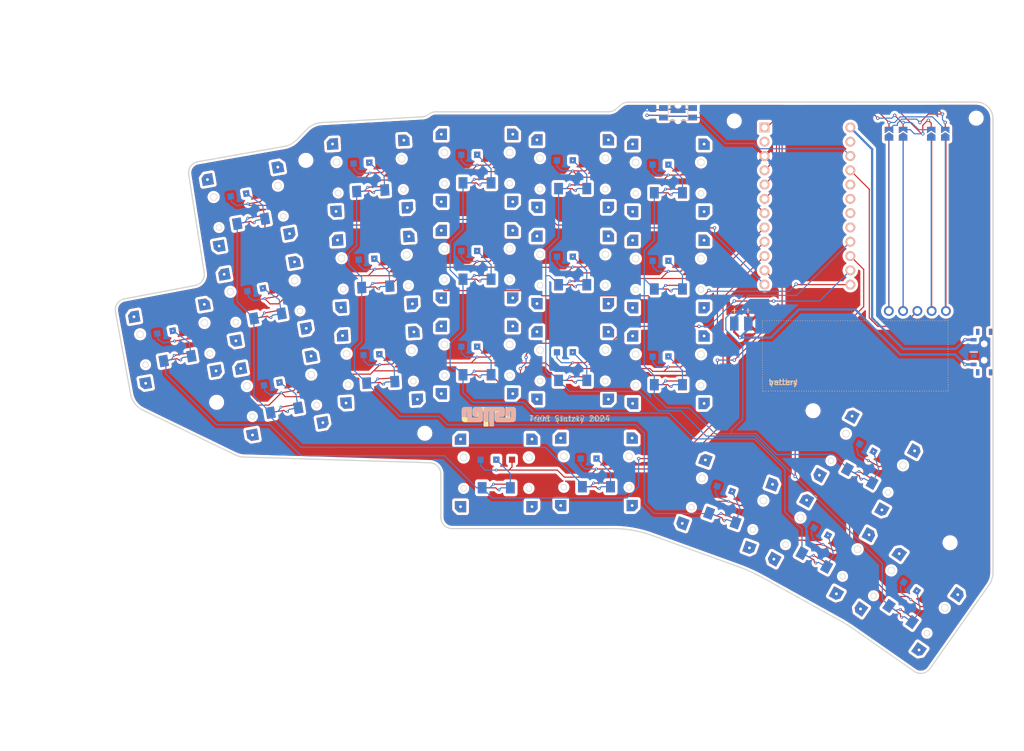
<source format=kicad_pcb>
(kicad_pcb (version 20240108) (generator "pcbnew") (generator_version "8.0")
  (layers (0 "F.Cu" signal) (31 "B.Cu" signal) (34 "B.Paste" user) (35 "F.Paste" user) (36 "B.SilkS" user "B.Silkscreen") (37 "F.SilkS" user "F.Silkscreen") (38 "B.Mask" user) (39 "F.Mask" user) (44 "Edge.Cuts" user))
  (net 0 "")
  (net 1 "R2")
  (net 2 "R1")
  (net 3 "R0")
  (net 4 "R3")
  (net 5 "C1")
  (net 6 "C2")
  (net 7 "C3")
  (net 8 "C4")
  (net 9 "C5")
  (net 10 "C0")
  (net 11 "GND")
  (net 12 "RST")
  (net 13 "RAW")
  (net 14 "RAW_IN")
  (net 15 "VCC")
  (net 16 "GNDSCK")
  (net 17 "CSMOSI")
  (footprint "CUSTOM:Battery Pads" (layer "F.Cu") (at 177 95 -90)
    (property "Reference" "REF**" (hide yes))
    (property "Value" "Battery Pads" (hide yes))
  )
  (footprint "CUSTOM:SolderJumper1.0x1.5mm" (layer "F.Cu") (at 207 61.27 90)
    (property "Reference" "REF**" (hide yes))
    (property "Value" "SolderJumper1.0x1.5mm" (hide yes))
  )
  (footprint "MountingHole:MountingHole_2.2mm_M2" (layer "F.Cu") (at 100.859385 66)
    (property "Reference" "REF**" (hide yes))
    (property "Value" "MountingHole_2.2mm_M2" (hide yes))
  )
  (footprint "CUSTOM:PG1316S_DOUBLE_SIDED_DIODE" (layer "F.Cu") (at 192.504861 134.714484 -29)
    (property "Reference" "CPG1316" (hide yes))
    (property "Value" " " (hide yes))
    (fp_circle (center -5.8 2.75) (end -5.299999 2.749999) (stroke (width 0.1)) (fill none) (layer "Edge.Cuts"))
    (fp_circle (center -5.802733 -2.751774) (end -6.402734 -2.751774) (stroke (width 0.1)) (fill none) (layer "Edge.Cuts"))
    (fp_circle (center 5.797265 2.748226) (end 5.297267 2.748226) (stroke (width 0.1)) (fill none) (layer "Edge.Cuts"))
    (fp_circle (center 5.8 -2.75) (end 6.399999 -2.75) (stroke (width 0.1)) (fill none) (layer "Edge.Cuts"))
  )
  (footprint "CUSTOM:PG1316S_DOUBLE_SIDED_DIODE" (layer "F.Cu") (at 90.665881 74.218901 10)
    (property "Reference" "CPG1316" (hide yes))
    (property "Value" " " (hide yes))
    (fp_circle (center -5.802732 -2.751773) (end -6.402733 -2.751774) (stroke (width 0.1)) (fill none) (layer "Edge.Cuts"))
    (fp_circle (center -5.799999 2.749999) (end -5.3 2.75) (stroke (width 0.1)) (fill none) (layer "Edge.Cuts"))
    (fp_circle (center 5.799999 -2.749999) (end 6.4 -2.75) (stroke (width 0.1)) (fill none) (layer "Edge.Cuts"))
    (fp_circle (center 5.797267 2.748226) (end 5.297267 2.748226) (stroke (width 0.1)) (fill none) (layer "Edge.Cuts"))
  )
  (footprint "CUSTOM:PG1316S_DOUBLE_SIDED_DIODE" (layer "F.Cu") (at 165.285805 69.110639)
    (property "Reference" "CPG1316" (hide yes))
    (property "Value" " " (hide yes))
    (fp_circle (center -5.802733 -2.751774) (end -6.402733 -2.751774) (stroke (width 0.1)) (fill none) (layer "Edge.Cuts"))
    (fp_circle (center -5.8 2.75) (end -5.3 2.75) (stroke (width 0.1)) (fill none) (layer "Edge.Cuts"))
    (fp_circle (center 5.797267 2.748226) (end 5.297267 2.748226) (stroke (width 0.1)) (fill none) (layer "Edge.Cuts"))
    (fp_circle (center 5.8 -2.75) (end 6.4 -2.75) (stroke (width 0.1)) (fill none) (layer "Edge.Cuts"))
  )
  (footprint "MountingHole:MountingHole_2.2mm_M2" (layer "F.Cu") (at 215.354482 133.96276)
    (property "Reference" "REF**" (hide yes))
    (property "Value" "MountingHole_2.2mm_M2" (hide yes))
  )
  (footprint "CUSTOM:PG1316S_DOUBLE_SIDED_DIODE" (layer "F.Cu") (at 113.144556 85.832402 3)
    (property "Reference" "CPG1316" (hide yes))
    (property "Value" " " (hide yes))
    (fp_circle (center -5.802733 -2.751774) (end -6.402733 -2.751774) (stroke (width 0.1)) (fill none) (layer "Edge.Cuts"))
    (fp_circle (center -5.8 2.75) (end -5.3 2.75) (stroke (width 0.1)) (fill none) (layer "Edge.Cuts"))
    (fp_circle (center 5.8 -2.75) (end 6.4 -2.75) (stroke (width 0.1)) (fill none) (layer "Edge.Cuts"))
    (fp_circle (center 5.797267 2.748226) (end 5.297267 2.748226) (stroke (width 0.1)) (fill none) (layer "Edge.Cuts"))
  )
  (footprint "CUSTOM:PG1316S_DOUBLE_SIDED_DIODE" (layer "F.Cu") (at 112.249611 68.755837 3)
    (property "Reference" "CPG1316" (hide yes))
    (property "Value" " " (hide yes))
    (fp_circle (center -5.802733 -2.751774) (end -6.402733 -2.751774) (stroke (width 0.1)) (fill none) (layer "Edge.Cuts"))
    (fp_circle (center -5.8 2.75) (end -5.3 2.75) (stroke (width 0.1)) (fill none) (layer "Edge.Cuts"))
    (fp_circle (center 5.8 -2.75) (end 6.4 -2.75) (stroke (width 0.1)) (fill none) (layer "Edge.Cuts"))
    (fp_circle (center 5.797267 2.748226) (end 5.297267 2.748226) (stroke (width 0.1)) (fill none) (layer "Edge.Cuts"))
  )
  (footprint "CUSTOM:switch-MSK-12C02-smd" (layer "F.Cu") (at 222.752988 100.068082 180)
    (property "Reference" "SW1")
    (property "Value" "SW_SPDT")
  )
  (footprint "MountingHole:MountingHole_2.2mm_M2" (layer "F.Cu") (at 191 110.5)
    (property "Reference" "REF**" (hide yes))
    (property "Value" "MountingHole_2.2mm_M2" (hide yes))
  )
  (footprint "CUSTOM:PG1316S_DOUBLE_SIDED_DIODE" (layer "F.Cu") (at 148.285805 85.460639)
    (property "Reference" "CPG1316" (hide yes))
    (property "Value" " " (hide yes))
    (fp_circle (center -5.802733 -2.751774) (end -6.402733 -2.751774) (stroke (width 0.1)) (fill none) (layer "Edge.Cuts"))
    (fp_circle (center -5.8 2.75) (end -5.3 2.75) (stroke (width 0.1)) (fill none) (layer "Edge.Cuts"))
    (fp_circle (center 5.797267 2.748226) (end 5.297267 2.748226) (stroke (width 0.1)) (fill none) (layer "Edge.Cuts"))
    (fp_circle (center 5.8 -2.75) (end 6.4 -2.75) (stroke (width 0.1)) (fill none) (layer "Edge.Cuts"))
  )
  (footprint "CUSTOM:pro_micro" (layer "F.Cu") (at 190.00367 74.115502 -90)
    (property "Reference" "U1" (hide yes))
    (property "Value" "ProMicro" (hide yes))
  )
  (footprint "MountingHole:MountingHole_2.2mm_M2" (layer "F.Cu") (at 122 114.5)
    (property "Reference" "REF**" (hide yes))
    (property "Value" "MountingHole_2.2mm_M2" (hide yes))
  )
  (footprint "CUSTOM:EVQPU" (layer "F.Cu") (at 167 58.9)
    (property "Reference" "REF**" (hide yes))
    (property "Value" "EVQPU" (hide yes))
  )
  (footprint "CUSTOM:SolderJumper1.0x1.5mm" (layer "F.Cu") (at 212 61.27 90)
    (property "Reference" "REF**" (hide yes))
    (property "Value" "SolderJumper1.0x1.5mm" (hide yes))
  )
  (footprint "MountingHole:MountingHole_2.2mm_M2" (layer "F.Cu") (at 85 109)
    (property "Reference" "REF**" (hide yes))
    (property "Value" "MountingHole_2.2mm_M2" (hide yes))
  )
  (footprint "CUSTOM:PG1316S_DOUBLE_SIDED_DIODE" (layer "F.Cu") (at 96.587283 107.800845 10)
    (property "Reference" "CPG1316" (hide yes))
    (property "Value" " " (hide yes))
    (fp_circle (center -5.802732 -2.751773) (end -6.402733 -2.751774) (stroke (width 0.1)) (fill none) (layer "Edge.Cuts"))
    (fp_circle (center -5.799999 2.749999) (end -5.3 2.75) (stroke (width 0.1)) (fill none) (layer "Edge.Cuts"))
    (fp_circle (center 5.799999 -2.749999) (end 6.4 -2.75) (stroke (width 0.1)) (fill none) (layer "Edge.Cuts"))
    (fp_circle (center 5.797267 2.748226) (end 5.297267 2.748226) (stroke (width 0.1)) (fill none) (layer "Edge.Cuts"))
  )
  (footprint "CUSTOM:esper_graphic_fine_larger" (layer "F.Cu") (at 133.5 111.5)
    (property "Reference" "G***" (hide yes))
    (property "Value" "LOGO" (hide yes))
  )
  (footprint "CUSTOM:PG1316S_DOUBLE_SIDED_DIODE" (layer "F.Cu") (at 93.635265 91.059113 10)
    (property "Reference" "CPG1316" (hide yes))
    (property "Value" " " (hide yes))
    (fp_circle (center -5.802732 -2.751773) (end -6.402733 -2.751774) (stroke (width 0.1)) (fill none) (layer "Edge.Cuts"))
    (fp_circle (center -5.799999 2.749999) (end -5.3 2.75) (stroke (width 0.1)) (fill none) (layer "Edge.Cuts"))
    (fp_circle (center 5.799999 -2.749999) (end 6.4 -2.75) (stroke (width 0.1)) (fill none) (layer "Edge.Cuts"))
    (fp_circle (center 5.797267 2.748226) (end 5.297267 2.748226) (stroke (width 0.1)) (fill none) (layer "Edge.Cuts"))
  )
  (footprint "CUSTOM:PG1316S_DOUBLE_SIDED_DIODE" (layer "F.Cu") (at 131.285805 84.460639)
    (property "Reference" "CPG1316" (hide yes))
    (property "Value" " " (hide yes))
    (fp_circle (center -5.802733 -2.751774) (end -6.402733 -2.751774) (stroke (width 0.1)) (fill none) (layer "Edge.Cuts"))
    (fp_circle (center -5.8 2.75) (end -5.3 2.75) (stroke (width 0.1)) (fill none) (layer "Edge.Cuts"))
    (fp_circle (center 5.797267 2.748226) (end 5.297267 2.748226) (stroke (width 0.1)) (fill none) (layer "Edge.Cuts"))
    (fp_circle (center 5.8 -2.75) (end 6.4 -2.75) (stroke (width 0.1)) (fill none) (layer "Edge.Cuts"))
  )
  (footprint "CUSTOM:PG1316S_DOUBLE_SIDED_DIODE" (layer "F.Cu") (at 165.285805 86.210639)
    (property "Reference" "CPG1316" (hide yes))
    (property "Value" " " (hide yes))
    (fp_circle (center -5.802733 -2.751774) (end -6.402733 -2.751774) (stroke (width 0.1)) (fill none) (layer "Edge.Cuts"))
    (fp_circle (center -5.8 2.75) (end -5.3 2.75) (stroke (width 0.1)) (fill none) (layer "Edge.Cuts"))
    (fp_circle (center 5.797267 2.748226) (end 5.297267 2.748226) (stroke (width 0.1)) (fill none) (layer "Edge.Cuts"))
    (fp_circle (center 5.8 -2.75) (end 6.4 -2.75) (stroke (width 0.1)) (fill none) (layer "Edge.Cuts"))
  )
  (footprint "CUSTOM:PG1316S_DOUBLE_SIDED_DIODE" (layer "F.Cu") (at 152.5 121.350001)
    (property "Reference" "CPG1316" (hide yes))
    (property "Value" " " (hide yes))
    (fp_circle (center -5.802732 -2.751774) (end -6.402733 -2.751773) (stroke (width 0.1)) (fill none) (layer "Edge.Cuts"))
    (fp_circle (center -5.799999 2.749999) (end -5.3 2.75) (stroke (width 0.1)) (fill none) (layer "Edge.Cuts"))
    (fp_circle (center 5.797267 2.748226) (end 5.297267 2.748226) (stroke (width 0.1)) (fill none) (layer "Edge.Cuts"))
    (fp_circle (center 5.799999 -2.749999) (end 6.4 -2.750001) (stroke (width 0.1)) (fill none) (layer "Edge.Cuts"))
  )
  (footprint "CUSTOM:PG1316S_DOUBLE_SIDED_DIODE" (layer "F.Cu") (at 165.285805 103.210639)
    (property "Reference" "CPG1316" (hide yes))
    (property "Value" " " (hide yes))
    (fp_circle (center -5.802733 -2.751774) (end -6.402733 -2.751774) (stroke (width 0.1)) (fill none) (layer "Edge.Cuts"))
    (fp_circle (center -5.8 2.75) (end -5.3 2.75) (stroke (width 0.1)) (fill none) (layer "Edge.Cuts"))
    (fp_circle (center 5.797267 2.748226) (end 5.297267 2.748226) (stroke (width 0.1)) (fill none) (layer "Edge.Cuts"))
    (fp_circle (center 5.8 -2.75) (end 6.4 -2.75) (stroke (width 0.1)) (fill none) (layer "Edge.Cuts"))
  )
  (footprint "CUSTOM:PG1316S_DOUBLE_SIDED_DIODE" (layer "F.Cu") (at 114.034267 102.809104 3)
    (property "Reference" "CPG1316" (hide yes))
    (property "Value" " " (hide yes))
    (fp_circle (center -5.802733 -2.751774) (end -6.402733 -2.751774) (stroke (width 0.1)) (fill none) (layer "Edge.Cuts"))
    (fp_circle (center -5.8 2.75) (end -5.3 2.75) (stroke (width 0.1)) (fill none) (layer "Edge.Cuts"))
    (fp_circle (center 5.8 -2.75) (end 6.4 -2.75) (stroke (width 0.1)) (fill none) (layer "Edge.Cuts"))
    (fp_circle (center 5.797267 2.748226) (end 5.297267 2.748226) (stroke (width 0.1)) (fill none) (layer "Edge.Cuts"))
  )
  (footprint "CUSTOM:SolderJumper1.0x1.5mm" (layer "F.Cu") (at 214.5 61.27 90)
    (property "Reference" "REF**" (hide yes))
    (property "Value" "SolderJumper1.0x1.5mm" (hide yes))
  )
  (footprint "CUSTOM:SolderJumper1.0x1.5mm" (layer "F.Cu") (at 204.5 61.27 90)
    (property "Reference" "REF**" (hide yes))
    (property "Value" "SolderJumper1.0x1.5mm" (hide yes))
  )
  (footprint "CUSTOM:PG1316S_DOUBLE_SIDED_DIODE" (layer "F.Cu") (at 77.605516 98.609125 10)
    (property "Reference" "CPG1316" (hide yes))
    (property "Value" " " (hide yes))
    (fp_circle (center -5.802732 -2.751773) (end -6.402733 -2.751774) (stroke (width 0.1)) (fill none) (layer "Edge.Cuts"))
    (fp_circle (center -5.799999 2.749999) (end -5.3 2.75) (stroke (width 0.1)) (fill none) (layer "Edge.Cuts"))
    (fp_circle (center 5.799999 -2.749999) (end 6.4 -2.75) (stroke (width 0.1)) (fill none) (layer "Edge.Cuts"))
    (fp_circle (center 5.797267 2.748226) (end 5.297267 2.748226) (stroke (width 0.1)) (fill none) (layer "Edge.Cuts"))
  )
  (footprint "MountingHole:MountingHole_2.2mm_M2" (layer "F.Cu") (at 220 58.5)
    (property "Reference" "REF**" (hide yes))
    (property "Value" "MountingHole_2.2mm_M2" (hide yes))
  )
  (footprint "CUSTOM:nice view" (layer "F.Cu") (at 202.54 94.07)
    (property "Reference" "REF**" (hide yes))
    (property "Value" "nice!view" (hide yes))
  )
  (footprint "CUSTOM:PG1316S_DOUBLE_SIDED_DIODE" (layer "F.Cu") (at 131.285805 67.360639)
    (property "Reference" "CPG1316" (hide yes))
    (property "Value" " " (hide yes))
    (fp_circle (center -5.802733 -2.751774) (end -6.402733 -2.751774) (stroke (width 0.1)) (fill none) (layer "Edge.Cuts"))
    (fp_circle (center -5.8 2.75) (end -5.3 2.75) (stroke (width 0.1)) (fill none) (layer "Edge.Cuts"))
    (fp_circle (center 5.797267 2.748226) (end 5.297267 2.748226) (stroke (width 0.1)) (fill none) (layer "Edge.Cuts"))
    (fp_circle (center 5.8 -2.75) (end 6.4 -2.75) (stroke (width 0.1)) (fill none) (layer "Edge.Cuts"))
  )
  (footprint "CUSTOM:PG1316S_DOUBLE_SIDED_DIODE" (layer "F.Cu") (at 148.285805 102.460639)
    (property "Reference" "CPG1316" (hide yes))
    (property "Value" " " (hide yes))
    (fp_circle (center -5.802733 -2.751774) (end -6.402733 -2.751774) (stroke (width 0.1)) (fill none) (layer "Edge.Cuts"))
    (fp_circle (center -5.8 2.75) (end -5.3 2.75) (stroke (width 0.1)) (fill none) (layer "Edge.Cuts"))
    (fp_circle (center 5.797267 2.748226) (end 5.297267 2.748226) (stroke (width 0.1)) (fill none) (layer "Edge.Cuts"))
    (fp_circle (center 5.8 -2.75) (end 6.4 -2.75) (stroke (width 0.1)) (fill none) (layer "Edge.Cuts"))
  )
  (footprint "CUSTOM:PG1316S_DOUBLE_SIDED_DIODE" (layer "F.Cu") (at 134.7 121.55)
    (property "Reference" "CPG1316" (hide yes))
    (property "Value" " " (hide yes))
    (fp_circle (center -5.802732 -2.751774) (end -6.402733 -2.751773) (stroke (width 0.1)) (fill none) (layer "Edge.Cuts"))
    (fp_circle (center -5.799999 2.749999) (end -5.3 2.75) (stroke (width 0.1)) (fill none) (layer "Edge.Cuts"))
    (fp_circle (center 5.797267 2.748226) (end 5.297267 2.748226) (stroke (width 0.1)) (fill none) (layer "Edge.Cuts"))
    (fp_circle (center 5.799999 -2.749999) (end 6.4 -2.750001) (stroke (width 0.1)) (fill none) (layer "Edge.Cuts"))
  )
  (footprint "CUSTOM:PG1316S_DOUBLE_SIDED_DIODE" (layer "F.Cu") (at 208.076821 144.458128 -35)
    (property "Reference" "CPG1316" (hide yes))
    (property "Value" " " (hide yes))
    (fp_circle (center -5.800001 2.750001) (end -5.299999 2.749999) (stroke (width 0.1)) (fill none) (layer "Edge.Cuts"))
    (fp_circle (center -5.802734 -2.751775) (end -6.402734 -2.751773) (stroke (width 0.1)) (fill none) (layer "Edge.Cuts"))
    (fp_circle (center 5.797266 2.748227) (end 5.297267 2.748225) (stroke (width 0.1)) (fill none) (layer "Edge.Cuts"))
    (fp_circle (center 5.800001 -2.750001) (end 6.4 -2.75) (stroke (width 0.1)) (fill none) (layer "Edge.Cuts"))
  )
  (footprint "MountingHole:MountingHole_2.2mm_M2" (layer "F.Cu") (at 177 59)
    (property "Reference" "REF**" (hide yes))
    (property "Value" "MountingHole_2.2mm_M2" (hide yes))
  )
  (footprint "CUSTOM:PG1316S_DOUBLE_SIDED_DIODE" (layer "F.Cu") (at 131.285805 101.460639)
    (property "Reference" "CPG1316" (hide yes))
    (property "Value" " " (hide yes))
    (fp_circle (center -5.802733 -2.751774) (end -6.402733 -2.751774) (stroke (width 0.1)) (fill none) (layer "Edge.Cuts"))
    (fp_circle (center -5.8 2.75) (end -5.3 2.75) (stroke (width 0.1)) (fill none) (layer "Edge.Cuts"))
    (fp_circle (center 5.797267 2.748226) (end 5.297267 2.748226) (stroke (width 0.1)) (fill none) (layer "Edge.Cuts"))
    (fp_circle (center 5.8 -2.75) (end 6.4 -2.75) (stroke (width 0.1)) (fill none) (layer "Edge.Cuts"))
  )
  (footprint "CUSTOM:PG1316S_DOUBLE_SIDED_DIODE" (layer "F.Cu") (at 175.781845 127.056322 -20)
    (property "Reference" "CPG1316" (hide yes))
    (property "Value" " " (hide yes))
    (fp_circle (center -5.800001 2.749999) (end -5.299999 2.75) (stroke (width 0.1)) (fill none) (layer "Edge.Cuts"))
    (fp_circle (center -5.802733 -2.751775) (end -6.402734 -2.751774) (stroke (width 0.1)) (fill none) (layer "Edge.Cuts"))
    (fp_circle (center 5.797265 2.748226) (end 5.297267 2.748226) (stroke (width 0.1)) (fill none) (layer "Edge.Cuts"))
    (fp_circle (center 5.800001 -2.749999) (end 6.4 -2.75) (stroke (width 0.1)) (fill none) (layer "Edge.Cuts"))
  )
  (footprint "CUSTOM:PG1316S_DOUBLE_SIDED_DIODE" (layer "F.Cu") (at 148.285805 68.360639)
    (property "Reference" "CPG1316" (hide yes))
    (property "Value" " " (hide yes))
    (fp_circle (center -5.802733 -2.751774) (end -6.402733 -2.751774) (stroke (width 0.1)) (fill none) (layer "Edge.Cuts"))
    (fp_circle (center -5.8 2.75) (end -5.3 2.75) (stroke (width 0.1)) (fill none) (layer "Edge.Cuts"))
    (fp_circle (center 5.797267 2.748226) (end 5.297267 2.748226) (stroke (width 0.1)) (fill none) (layer "Edge.Cuts"))
    (fp_circle (center 5.8 -2.75) (end 6.4 -2.75) (stroke (width 0.1)) (fill none) (layer "Edge.Cuts"))
  )
  (footprint "CUSTOM:PG1316S_DOUBLE_SIDED_DIODE" (layer "F.Cu") (at 200.588919 119.795781 -29)
    (property "Reference" "CPG1316" (hide yes))
    (property "Value" " " (hide yes))
    (fp_circle (center -5.8 2.75) (end -5.299999 2.749999) (stroke (width 0.1)) (fill none) (layer "Edge.Cuts"))
    (fp_circle (center -5.802733 -2.751774) (end -6.402734 -2.751774) (stroke (width 0.1)) (fill none) (layer "Edge.Cuts"))
    (fp_circle (center 5.797265 2.748226) (end 5.297267 2.748226) (stroke (width 0.1)) (fill none) (layer "Edge.Cuts"))
    (fp_circle (center 5.8 -2.75) (end 6.399999 -2.75) (stroke (width 0.1)) (fill none) (layer "Edge.Cuts"))
  )
  (footprint "CUSTOM:SolderJumper1.0x1.5mm" (layer "B.Cu") (at 212 61.27 90)
    (property "Reference" "REF**" (hide yes))
    (property "Value" "SolderJumper1.0x1.5mm" (hide yes))
  )
  (footprint "CUSTOM:switch-MSK-12C02-smd" (layer "B.Cu") (at 222.760341 100.076085 180)
    (property "Reference" "SW1")
    (property "Value" "SW_SPDT")
  )
  (footprint "CUSTOM:SolderJumper1.0x1.5mm" (layer "B.Cu") (at 204.5 61.27 90)
    (property "Reference" "REF**" (hide yes))
    (property "Value" "SolderJumper1.0x1.5mm" (hide yes))
  )
  (footprint "CUSTOM:EVQPU" (layer "B.Cu") (at 167 58.9 180)
    (property "Reference" "REF**" (hide yes))
    (property "Value" "EVQPU" (hide yes))
  )
  (footprint "CUSTOM:Battery Pads" (layer "B.Cu") (at 179.5 95 -90)
    (property "Reference" "REF**" (hide yes))
    (property "Value" "Battery Pads" (hide yes))
  )
  (footprint "CUSTOM:SolderJumper1.0x1.5mm" (layer "B.Cu") (at 214.5 61.27 90)
    (property "Reference" "REF**" (hide yes))
    (property "Value" "SolderJumper1.0x1.5mm" (hide yes))
  )
  (footprint "CUSTOM:esper_graphic_fine_larger" (layer "B.Cu") (at 133.250608 111.484811 180)
    (property "Reference" "G***" (hide yes))
    (property "Value" "LOGO" (hide yes))
  )
  (footprint "CUSTOM:SolderJumper1.0x1.5mm" (layer "B.Cu") (at 207 61.27 90)
    (property "Reference" "REF**" (hide yes))
    (property "Value" "SolderJumper1.0x1.5mm" (hide yes))
  )
  (gr_rect (start 182 94.5) (end 215 107) (stroke (width 0.1) (type dot)) (fill none) (layer "B.SilkS"))
  (gr_rect (start 182 94.5) (end 215 107) (stroke (width 0.1) (type dot)) (fill none) (layer "F.SilkS"))
  (gr_line (start 198.211338 149.310638) (end 208.99845 156.82392) (stroke (width 0.2)) (layer "Edge.Cuts"))
  (gr_arc (start 101.039239 60.480933) (mid 102.244923 59.632801) (end 103.67594 59.278966) (stroke (width 0.2)) (layer "Edge.Cuts"))
  (gr_line (start 67.020389 92.933037) (end 69.702163 107.523299) (stroke (width 0.2)) (layer "Edge.Cuts"))
  (gr_line (start 80.0298 68.520386) (end 82.78847 85.951132) (stroke (width 0.2)) (layer "Edge.Cuts"))
  (gr_arc (start 222.981676 139.205693) (mid 222.793857 140.416129) (end 222.248543 141.512972) (stroke (width 0.2)) (layer "Edge.Cuts"))
  (gr_arc (start 89.901131 118.735233) (mid 89.069964 118.621616) (end 88.280774 118.337143) (stroke (width 0.2)) (layer "Edge.Cuts"))
  (gr_arc (start 122.744429 57.788483) (mid 123.325394 57.472255) (end 123.977732 57.36282) (stroke (width 0.2)) (layer "Edge.Cuts"))
  (gr_line (start 182.031807 140.174956) (end 195.59198 147.679626) (stroke (width 0.2)) (layer "Edge.Cuts"))
  (gr_arc (start 122.685777 57.834436) (mid 122.158405 58.131307) (end 121.566379 58.256844) (stroke (width 0.2)) (layer "Edge.Cuts"))
  (gr_line (start 97.032648 63.515641) (end 81.656487 66.238385) (stroke (width 0.2)) (layer "Edge.Cuts"))
  (gr_arc (start 99.200054 62.368436) (mid 98.206434 63.112232) (end 97.032648 63.515641) (stroke (width 0.2)) (layer "Edge.Cuts"))
  (gr_line (start 122.744429 57.788483) (end 122.685777 57.834436) (stroke (width 0.2)) (layer "Edge.Cuts"))
  (gr_arc (start 126.849501 131.439519) (mid 125.436335 130.854389) (end 124.849916 129.441771) (stroke (width 0.2)) (layer "Edge.Cuts"))
  (gr_line (start 222.981676 139.205693) (end 222.981489 58.614286) (stroke (width 0.2)) (layer "Edge.Cuts"))
  (gr_arc (start 155.491493 131.439519) (mid 158.94723 131.740333) (end 162.299012 132.63373) (stroke (width 0.2)) (layer "Edge.Cuts"))
  (gr_line (start 89.901131 118.735233) (end 122.902841 119.751958) (stroke (width 0.2)) (layer "Edge.Cuts"))
  (gr_line (start 124.841252 121.748758) (end 124.849916 129.441771) (stroke (width 0.2)) (layer "Edge.Cuts"))
  (gr_line (start 154.685338 57.360144) (end 123.977732 57.36282) (stroke (width 0.2)) (layer "Edge.Cuts"))
  (gr_arc (start 82.78847 85.951132) (mid 82.448393 87.415149) (end 81.184761 88.228926) (stroke (width 0.2)) (layer "Edge.Cuts"))
  (gr_line (start 101.039239 60.480933) (end 99.200054 62.368436) (stroke (width 0.2)) (layer "Edge.Cuts"))
  (gr_line (start 68.615733 90.606327) (end 81.184761 88.228926) (stroke (width 0.2)) (layer "Edge.Cuts"))
  (gr_arc (start 67.020389 92.933037) (mid 67.337941 91.440481) (end 68.615733 90.606327) (stroke (width 0.2)) (layer "Edge.Cuts"))
  (gr_arc (start 195.59198 147.679626) (mid 196.922643 148.461433) (end 198.211338 149.310638) (stroke (width 0.2)) (layer "Edge.Cuts"))
  (gr_line (start 222.248543 141.512972) (end 211.774955 156.336845) (stroke (width 0.2)) (layer "Edge.Cuts"))
  (gr_arc (start 177.776999 138.236616) (mid 179.942222 139.12277) (end 182.031807 140.174956) (stroke (width 0.2)) (layer "Edge.Cuts"))
  (gr_arc (start 211.774955 156.336845) (mid 210.487097 157.152713) (end 208.99845 156.82392) (stroke (width 0.2)) (layer "Edge.Cuts"))
  (gr_arc (start 156.082748 56.790795) (mid 155.439793 57.212293) (end 154.685338 57.360144) (stroke (width 0.2)) (layer "Edge.Cuts"))
  (gr_line (start 121.566379 58.256844) (end 103.67594 59.278966) (stroke (width 0.2)) (layer "Edge.Cuts"))
  (gr_line (start 162.299012 132.63373) (end 177.776999 138.236616) (stroke (width 0.2)) (layer "Edge.Cuts"))
  (gr_line (start 126.849501 131.439519) (end 155.491493 131.439519) (stroke (width 0.2)) (layer "Edge.Cuts"))
  (gr_line (start 219.999342 55.631411) (end 158.136517 55.648686) (stroke (width 0.2)) (layer "Edge.Cuts"))
  (gr_line (start 156.082748 56.790795) (end 156.809364 56.158895) (stroke (width 0.2)) (layer "Edge.Cuts"))
  (gr_line (start 88.280774 118.337143) (end 71.892727 110.400203) (stroke (width 0.2)) (layer "Edge.Cuts"))
  (gr_arc (start 156.809364 56.158895) (mid 157.425632 55.780733) (end 158.136517 55.648686) (stroke (width 0.2)) (layer "Edge.Cuts"))
  (gr_arc (start 122.902841 119.751958) (mid 124.276293 120.357933) (end 124.841252 121.748758) (stroke (width 0.2)) (layer "Edge.Cuts"))
  (gr_arc (start 71.892727 110.400203) (mid 70.453822 109.223401) (end 69.702163 107.523299) (stroke (width 0.2)) (layer "Edge.Cuts"))
  (gr_arc (start 219.999342 55.631411) (mid 222.108283 56.505131) (end 222.981489 58.614286) (stroke (width 0.2)) (layer "Edge.Cuts"))
  (gr_arc (start 80.0298 68.520386) (mid 80.376629 67.046838) (end 81.656487 66.238385) (stroke (width 0.2)) (layer "Edge.Cuts"))
  (gr_text "battery" (at 183 106 0) (layer "B.SilkS") (effects (font (size 1 1)) (justify right bottom mirror)))
  (gr_text "Trent Slutzky 2024" (at 155 112.5 0) (layer "B.SilkS") (effects (font (size 1 1) (thickness 0.1)) (justify left bottom mirror)))
  (gr_text "battery" (at 183 106 0) (layer "F.SilkS") (effects (font (size 1 1)) (justify left bottom)))
  (gr_text "Trent Slutzky 2024" (at 140.5 112.5 0) (layer "F.SilkS") (effects (font (size 1 1) (thickness 0.1)) (justify left bottom)))
  (segment (start 131.535805 104.460639) (end 131.185805 104.110639) (width 0.2) (layer "F.Cu") (net 0))
  (segment (start 148.535805 88.460639) (end 148.185805 88.110639) (width 0.2) (layer "F.Cu") (net 0))
  (segment (start 131.185805 87.110639) (end 128.785805 87.110639) (width 0.2) (layer "F.Cu") (net 0))
  (segment (start 152.400002 124) (end 150 124) (width 0.2) (layer "F.Cu") (net 0))
  (segment (start 113.800879 88.802122) (end 113.551221 88.815206) (width 0.2) (layer "F.Cu") (net 0))
  (segment (start 134.950001 124.550001) (end 134.600002 124.199999) (width 0.2) (layer "F.Cu") (net 0))
  (segment (start 131.185805 70.010639) (end 128.785805 70.010639) (width 0.2) (layer "F.Cu") (net 0))
  (segment (start 114.69059 105.778824) (end 114.440933 105.791908) (width 0.2) (layer "F.Cu") (net 0))
  (segment (start 153 124.350001) (end 152.750001 124.350002) (width 0.2) (layer "F.Cu") (net 0))
  (segment (start 96.948971 110.42795) (end 94.585432 110.844705) (width 0.2) (layer "F.Cu") (net 0))
  (segment (start 148.785805 71.360639) (end 148.535805 71.360639) (width 0.2) (layer "F.Cu") (net 0))
  (segment (start 131.785805 104.460639) (end 131.535805 104.460639) (width 0.2) (layer "F.Cu") (net 0))
  (segment (start 113.551221 88.815206) (end 113.183383 88.484004) (width 0.2) (layer "F.Cu") (net 0))
  (segment (start 78.618864 101.476724) (end 78.372663 101.520137) (width 0.2) (layer "F.Cu") (net 0))
  (segment (start 131.185805 104.110639) (end 128.785805 104.110639) (width 0.2) (layer "F.Cu") (net 0))
  (segment (start 206.560881 147.058978) (end 206.47493 146.571524) (width 0.2) (layer "F.Cu") (net 0))
  (segment (start 199.353147 122.540842) (end 199.216713 122.065043) (width 0.2) (layer "F.Cu") (net 0))
  (segment (start 94.402411 93.970124) (end 93.996952 93.686218) (width 0.2) (layer "F.Cu") (net 0))
  (segment (start 175.225633 130.046409) (end 174.99071 129.960904) (width 0.2) (layer "F.Cu") (net 0))
  (segment (start 165.535805 106.210639) (end 165.185805 105.860639) (width 0.2) (layer "F.Cu") (net 0))
  (segment (start 112.656277 71.738641) (end 112.288439 71.407439) (width 0.2) (layer "F.Cu") (net 0))
  (segment (start 206.47493 146.571524) (end 204.508964 145.19494) (width 0.2) (layer "F.Cu") (net 0))
  (segment (start 191.132655 136.983746) (end 189.033567 135.820203) (width 0.2) (layer "F.Cu") (net 0))
  (segment (start 148.185805 88.110639) (end 145.785805 88.110639) (width 0.2) (layer "F.Cu") (net 0))
  (segment (start 152.750001 124.350002) (end 152.400002 124) (width 0.2) (layer "F.Cu") (net 0))
  (segment (start 199.216713 122.065043) (end 197.117625 120.9015) (width 0.2) (layer "F.Cu") (net 0))
  (segment (start 165.785805 106.210639) (end 165.535805 106.210639) (width 0.2) (layer "F.Cu") (net 0))
  (segment (start 91.679231 77.086499) (end 91.433026 77.129912) (width 0.2) (layer "F.Cu") (net 0))
  (segment (start 97.354431 110.711856) (end 96.948971 110.42795) (width 0.2) (layer "F.Cu") (net 0))
  (segment (start 114.440933 105.791908) (end 114.073095 105.460706) (width 0.2) (layer "F.Cu") (net 0))
  (segment (start 93.996952 93.686218) (end 91.633413 94.102974) (width 0.2) (layer "F.Cu") (net 0))
  (segment (start 77.967204 101.23623) (end 75.603664 101.652986) (width 0.2) (layer "F.Cu") (net 0))
  (segment (start 131.535805 70.360639) (end 131.185805 70.010639) (width 0.2) (layer "F.Cu") (net 0))
  (segment (start 191.269089 137.459545) (end 191.132655 136.983746) (width 0.2) (layer "F.Cu") (net 0))
  (segment (start 165.785805 89.210639) (end 165.535805 89.210639) (width 0.2) (layer "F.Cu") (net 0))
  (segment (start 165.185805 88.860639) (end 162.785805 88.860639) (width 0.2) (layer "F.Cu") (net 0))
  (segment (start 112.288439 71.407439) (end 109.891728 71.533045) (width 0.2) (layer "F.Cu") (net 0))
  (segment (start 148.785805 105.460639) (end 148.535805 105.460639) (width 0.2) (layer "F.Cu") (net 0))
  (segment (start 131.785805 87.460639) (end 131.535805 87.460639) (width 0.2) (layer "F.Cu") (net 0))
  (segment (start 165.535805 72.110639) (end 165.185805 71.760639) (width 0.2) (layer "F.Cu") (net 0))
  (segment (start 91.027568 76.846006) (end 88.66403 77.262762) (width 0.2) (layer "F.Cu") (net 0))
  (segment (start 199.571802 122.662044) (end 199.353147 122.540842) (width 0.2) (layer "F.Cu") (net 0))
  (segment (start 165.535805 89.210639) (end 165.185805 88.860639) (width 0.2) (layer "F.Cu") (net 0))
  (segment (start 78.372663 101.520137) (end 77.967204 101.23623) (width 0.2) (layer "F.Cu") (net 0))
  (segment (start 114.073095 105.460706) (end 111.676384 105.586312) (width 0.2) (layer "F.Cu") (net 0))
  (segment (start 148.535805 105.460639) (end 148.185805 105.110639) (width 0.2) (layer "F.Cu") (net 0))
  (segment (start 97.600632 110.668444) (end 97.354431 110.711856) (width 0.2) (layer "F.Cu") (net 0))
  (segment (start 148.535805 71.360639) (end 148.185805 71.010639) (width 0.2) (layer "F.Cu") (net 0))
  (segment (start 91.433026 77.129912) (end 91.027568 76.846006) (width 0.2) (layer "F.Cu") (net 0))
  (segment (start 148.185805 105.110639) (end 145.785805 105.110639) (width 0.2) (layer "F.Cu") (net 0))
  (segment (start 174.781524 129.512306) (end 172.526261 128.691458) (width 0.2) (layer "F.Cu") (net 0))
  (segment (start 174.99071 129.960904) (end 174.781524 129.512306) (width 0.2) (layer "F.Cu") (net 0))
  (segment (start 165.785805 72.110639) (end 165.535805 72.110639) (width 0.2) (layer "F.Cu") (net 0))
  (segment (start 148.785805 88.460639) (end 148.535805 88.460639) (width 0.2) (layer "F.Cu") (net 0))
  (segment (start 131.785805 70.360639) (end 131.535805 70.360639) (width 0.2) (layer "F.Cu") (net 0))
  (segment (start 134.600002 124.199999) (end 132.2 124.199999) (width 0.2) (layer "F.Cu") (net 0))
  (segment (start 165.185805 71.760639) (end 162.785805 71.760639) (width 0.2) (layer "F.Cu") (net 0))
  (segment (start 131.535805 87.460639) (end 131.185805 87.110639) (width 0.2) (layer "F.Cu") (net 0))
  (segment (start 165.185805 105.860639) (end 162.785805 105.860639) (width 0.2) (layer "F.Cu") (net 0))
  (segment (start 148.185805 71.010639) (end 145.785805 71.010639) (width 0.2) (layer "F.Cu") (net 0))
  (segment (start 191.487744 137.580747) (end 191.269089 137.459545) (width 0.2) (layer "F.Cu") (net 0))
  (segment (start 113.183383 88.484004) (end 110.786673 88.60961) (width 0.2) (layer "F.Cu") (net 0))
  (segment (start 135.2 124.55) (end 134.950001 124.550001) (width 0.2) (layer "F.Cu") (net 0))
  (segment (start 112.905934 71.725557) (end 112.656277 71.738641) (width 0.2) (layer "F.Cu") (net 0))
  (segment (start 94.648613 93.926712) (end 94.402411 93.970124) (width 0.2) (layer "F.Cu") (net 0))
  (segment (start 206.76567 147.202371) (end 206.560881 147.058978) (width 0.2) (layer "F.Cu") (net 0))
  (segment (start 194.628404 136.034538) (end 193.660478 132.658978) (width 0.2) (layer "B.Cu") (net 0))
  (segment (start 116.666709 105.323004) (end 116.534656 102.803268) (width 0.2) (layer "B.Cu") (net 0))
  (segment (start 97.885977 110.260929) (end 97.600632 110.668444) (width 0.2) (layer "B.Cu") (net 0))
  (segment (start 93.585069 76.393248) (end 91.964573 76.678985) (width 0.2) (layer "B.Cu") (net 0))
  (segment (start 137.197267 124.198225) (end 135.551774 124.198226) (width 0.2) (layer "B.Cu") (net 0))
  (segment (start 133.783072 87.108865) (end 132.137579 87.108865) (width 0.2) (layer "B.Cu") (net 0))
  (segment (start 202.712462 121.115835) (end 201.744536 117.740275) (width 0.2) (layer "B.Cu") (net 0))
  (segment (start 93.14692 73.908387) (end 90.270391 71.894219) (width 0.2) (layer "B.Cu") (net 0))
  (segment (start 177.222764 130.398955) (end 178.085745 128.027929) (width 0.2) (layer "B.Cu") (net 0))
  (segment (start 99.506471 109.975191) (end 99.068324 107.490332) (width 0.2) (layer "B.Cu") (net 0))
  (segment (start 178.085745 128.027929) (end 176.601682 124.845343) (width 0.2) (layer "B.Cu") (net 0))
  (segment (start 133.783072 101.585671) (end 131.3 99.102599) (width 0.2) (layer "B.Cu") (net 0))
  (segment (start 167.783072 105.858865) (end 167.783072 103.335671) (width 0.2) (layer "B.Cu") (net 0))
  (segment (start 96.116305 90.7486) (end 93.239775 88.734432) (width 0.2) (layer "B.Cu") (net 0))
  (segment (start 132.137579 104.108865) (end 131.785805 104.460639) (width 0.2) (layer "B.Cu") (net 0))
  (segment (start 167.783072 86.335671) (end 165.3 83.852599) (width 0.2) (layer "B.Cu") (net 0))
  (segment (start 113.238815 71.355855) (end 112.905934 71.725557) (width 0.2) (layer "B.Cu") (net 0))
  (segment (start 154.997267 123.998226) (end 154.997269 121.475033) (width 0.2) (layer "B.Cu") (net 0))
  (segment (start 114.75 68.75) (end 112.140377 66.400285) (width 0.2) (layer "B.Cu") (net 0))
  (segment (start 150.783072 71.008865) (end 150.783072 68.485671) (width 0.2) (layer "B.Cu") (net 0))
  (segment (start 166.137579 88.858865) (end 165.785805 89.210639) (width 0.2) (layer "B.Cu") (net 0))
  (segment (start 133.783072 87.108865) (end 133.783072 84.585671) (width 0.2) (layer "B.Cu") (net 0))
  (segment (start 166.137579 105.858865) (end 165.785805 106.210639) (width 0.2) (layer "B.Cu") (net 0))
  (segment (start 114.882053 71.269737) (end 113.238815 71.355855) (width 0.2) (layer "B.Cu") (net 0))
  (segment (start 149.137579 88.108865) (end 148.785805 88.460639) (width 0.2) (layer "B.Cu") (net 0))
  (segment (start 175.676504 129.836164) (end 175.225633 130.046409) (width 0.2) (layer "B.Cu") (net 0))
  (segment (start 115.644944 85.826566) (end 113.035321 83.47685) (width 0.2) (layer "B.Cu") (net 0))
  (segment (start 149.137579 105.108865) (end 148.785805 105.460639) (width 0.2) (layer "B.Cu") (net 0))
  (segment (start 133.783072 104.108865) (end 133.783072 101.585671) (width 0.2) (layer "B.Cu") (net 0))
  (segment (start 153.351774 123.998227) (end 153 124.350001) (width 0.2) (layer "B.Cu") (net 0))
  (segment (start 137.197269 121.675032) (end 134.714197 119.19196) (width 0.2) (layer "B.Cu") (net 0))
  (segment (start 150.783072 71.008865) (end 149.137579 71.008865) (width 0.2) (layer "B.Cu") (net 0))
  (segment (start 150.783072 105.108865) (end 150.783072 102.585671) (width 0.2) (layer "B.Cu") (net 0))
  (segment (start 99.068324 107.490332) (end 96.191794 105.476164) (width 0.2) (layer "B.Cu") (net 0))
  (segment (start 115.023472 105.409122) (end 114.69059 105.778824) (width 0.2) (layer "B.Cu") (net 0))
  (segment (start 114.882053 71.269737) (end 114.75 68.75) (width 0.2) (layer "B.Cu") (net 0))
  (segment (start 193.405136 138.241373) (end 194.628404 136.034538) (width 0.2) (layer "B.Cu") (net 0))
  (segment (start 99.506471 109.975191) (end 97.885977 110.260929) (width 0.2) (layer "B.Cu") (net 0))
  (segment (start 208.603504 148.0598) (end 210.050747 145.992921) (width 0.2) (layer "B.Cu") (net 0))
  (segment (start 91.964573 76.678985) (end 91.679231 77.086499) (width 0.2) (layer "B.Cu") (net 0))
  (segment (start 167.783072 105.858865) (end 166.137579 105.858865) (width 0.2) (layer "B.Cu") (net 0))
  (segment (start 135.551774 124.198226) (end 135.2 124.55) (width 0.2) (layer "B.Cu") (net 0))
  (segment (start 133.783072 84.585671) (end 131.3 82.102599) (width 0.2) (layer "B.Cu") (net 0))
  (segment (start 166.137579 71.758865) (end 165.785805 72.110639) (width 0.2) (layer "B.Cu") (net 0))
  (segment (start 154.997269 121.475033) (end 152.514197 118.991961) (width 0.2) (layer "B.Cu") (net 0))
  (segment (start 93.585069 76.393248) (end 93.14692 73.908387) (width 0.2) (layer "B.Cu") (net 0))
  (segment (start 210.050747 145.992921) (end 209.440966 142.534676) (width 0.2) (layer "B.Cu") (net 0))
  (segment (start 96.554452 93.233461) (end 96.116305 90.7486) (width 0.2) (layer "B.Cu") (net 0))
  (segment (start 132.137579 70.008865) (end 131.785805 70.360639) (width 0.2) (layer "B.Cu") (net 0))
  (segment (start 167.783072 88.858865) (end 166.137579 88.858865) (width 0.2) (layer "B.Cu") (net 0))
  (segment (start 133.783072 104.108865) (end 132.137579 104.108865) (width 0.2) (layer "B.Cu") (net 0))
  (segment (start 150.783072 85.585671) (end 148.3 83.102599) (width 0.2) (layer "B.Cu") (net 0))
  (segment (start 80.524703 100.783473) (end 78.904209 101.06921) (width 0.2) (layer "B.Cu") (net 0))
  (segment (start 115.776998 88.346302) (end 114.13376 88.43242) (width 0.2) (layer "B.Cu") (net 0))
  (segment (start 154.997267 123.998226) (end 153.351774 123.998227) (width 0.2) (layer "B.Cu") (net 0))
  (segment (start 114.13376 88.43242) (end 113.800879 88.802122) (width 0.2) (layer "B.Cu") (net 0))
  (segment (start 200.050012 122.52492) (end 199.571802 122.662044) (width 0.2) (layer "B.Cu") (net 0))
  (segment (start 167.783072 103.335671) (end 165.3 100.852599) (width 0.2) (layer "B.Cu") (net 0))
  (segment (start 201.489194 123.32267) (end 200.050012 122.52492) (width 0.2) (layer "B.Cu") (net 0))
  (segment (start 167.783072 69.235671) (end 165.3 66.752599) (width 0.2) (layer "B.Cu") (net 0))
  (segment (start 133.783072 70.008865) (end 133.783072 67.485671) (width 0.2) (layer "B.Cu") (net 0))
  (segment (start 191.965954 137.443623) (end 191.487744 137.580747) (width 0.2) (layer "B.Cu") (net 0))
  (segment (start 208.603504 148.0598) (end 207.255593 147.115985) (width 0.2) (layer "B.Cu") (net 0))
  (segment (start 132.137579 87.108865) (end 131.785805 87.460639) (width 0.2) (layer "B.Cu") (net 0))
  (segment (start 167.783072 71.758865) (end 166.137579 71.758865) (width 0.2) (layer "B.Cu") (net 0))
  (segment (start 133.783072 67.485671) (end 131.3 65.002599) (width 0.2) (layer "B.Cu") (net 0))
  (segment (start 177.222764 130.398955) (end 175.676504 129.836164) (width 0.2) (layer "B.Cu") (net 0))
  (segment (start 207.255593 147.115985) (end 206.76567 147.202371) (width 0.2) (layer "B.Cu") (net 0))
  (segment (start 80.524703 100.783473) (end 80.086557 98.298612) (width 0.2) (layer "B.Cu") (net 0))
  (segment (start 116.666709 105.323004) (end 115.023472 105.409122) (width 0.2) (layer "B.Cu") (net 0))
  (segment (start 167.783072 71.758865) (end 167.783072 69.235671) (width 0.2) (layer "B.Cu") (net 0))
  (segment (start 193.405136 138.241373) (end 191.965954 137.443623) (width 0.2) (layer "B.Cu") (net 0))
  (segment (start 149.137579 71.008865) (end 148.785805 71.360639) (width 0.2) (layer "B.Cu") (net 0))
  (segment (start 167.783072 88.858865) (end 167.783072 86.335671) (width 0.2) (layer "B.Cu") (net 0))
  (segment (start 150.783072 88.108865) (end 149.137579 88.108865) (width 0.2) (layer "B.Cu") (net 0))
  (segment (start 96.554452 93.233461) (end 94.933958 93.519197) (width 0.2) (layer "B.Cu") (net 0))
  (segment (start 94.933958 93.519197) (end 94.648613 93.926712) (width 0.2) (layer "B.Cu") (net 0))
  (segment (start 115.776998 88.346302) (end 115.644944 85.826566) (width 0.2) (layer "B.Cu") (net 0))
  (segment (start 137.197267 124.198225) (end 137.197269 121.675032) (width 0.2) (layer "B.Cu") (net 0))
  (segment (start 150.783072 102.585671) (end 148.3 100.102599) (width 0.2) (layer "B.Cu") (net 0))
  (segment (start 150.783072 68.485671) (end 148.3 66.002599) (width 0.2) (layer "B.Cu") (net 0))
  (segment (start 133.783072 70.008865) (end 132.137579 70.008865) (width 0.2) (layer "B.Cu") (net 0))
  (segment (start 116.534656 102.803268) (end 113.925033 100.453553) (width 0.2) (layer "B.Cu") (net 0))
  (segment (start 150.783072 88.108865) (end 150.783072 85.585671) (width 0.2) (layer "B.Cu") (net 0))
  (segment (start 201.489194 123.32267) (end 202.712462 121.115835) (width 0.2) (layer "B.Cu") (net 0))
  (segment (start 80.086557 98.298612) (end 77.210027 96.284444) (width 0.2) (layer "B.Cu") (net 0))
  (segment (start 78.904209 101.06921) (end 78.618864 101.476724) (width 0.2) (layer "B.Cu") (net 0))
  (segment (start 150.783072 105.108865) (end 149.137579 105.108865) (width 0.2) (layer "B.Cu") (net 0))
  (segment (start 77.518692 98.116721) (end 79.73451 97.726013) (width 0.2) (layer "F.Cu") (net 1))
  (segment (start 79.73451 97.726013) (end 83.226013 97.726013) (width 0.2) (layer "F.Cu") (net 1))
  (segment (start 151.085805 101.410639) (end 151.085805 100.113238) (width 0.2) (layer "F.Cu") (net 1))
  (segment (start 97.192019 108) (end 102 108) (width 0.2) (layer "F.Cu") (net 1))
  (segment (start 174 99.246943) (end 174 88.849172) (width 0.2) (layer "F.Cu") (net 1))
  (segment (start 131.285805 100.960639) (end 133.535805 100.960639) (width 0.2) (layer "F.Cu") (net 1))
  (segment (start 92 109.5) (end 94.308899 109.5) (width 0.2) (layer "F.Cu") (net 1))
  (segment (start 174 88.849172) (end 182.38367 80.465502) (width 0.2) (layer "F.Cu") (net 1))
  (segment (start 83.226013 97.726013) (end 87 101.5) (width 0.2) (layer "F.Cu") (net 1))
  (segment (start 169.746943 103.5) (end 174 99.246943) (width 0.2) (layer "F.Cu") (net 1))
  (segment (start 106 104) (end 112.317888 104) (width 0.2) (layer "F.Cu") (net 1))
  (segment (start 87 101.5) (end 87 104.5) (width 0.2) (layer "F.Cu") (net 1))
  (segment (start 148.285805 101.960639) (end 150.535805 101.960639) (width 0.2) (layer "F.Cu") (net 1))
  (segment (start 96.500459 107.30844) (end 97.192019 108) (width 0.2) (layer "F.Cu") (net 1))
  (segment (start 116.775477 101.614002) (end 116.707577 100.318379) (width 0.2) (layer "F.Cu") (net 1))
  (segment (start 130.246444 102) (end 143.5 102) (width 0.2) (layer "F.Cu") (net 1))
  (segment (start 99.162415 106.280582) (end 98.937123 105.002891) (width 0.2) (layer "F.Cu") (net 1))
  (segment (start 112.908944 103.408944) (end 114.008099 102.309789) (width 0.2) (layer "F.Cu") (net 1))
  (segment (start 165.285805 102.710639) (end 167.535805 102.710639) (width 0.2) (layer "F.Cu") (net 1))
  (segment (start 114.008099 102.309789) (end 116.255016 102.192033) (width 0.2) (layer "F.Cu") (net 1))
  (segment (start 102 108) (end 106 104) (width 0.2) (layer "F.Cu") (net 1))
  (segment (start 79.73451 97.726013) (end 80.180647 97.088863) (width 0.2) (layer "F.Cu") (net 1))
  (segment (start 144.5 103) (end 147.246444 103) (width 0.2) (layer "F.Cu") (net 1))
  (segment (start 147.246444 103) (end 162 103) (width 0.2) (layer "F.Cu") (net 1))
  (segment (start 112.908944 103.408944) (end 123.591056 103.408944) (width 0.2) (layer "F.Cu") (net 1))
  (segment (start 134.085805 100.410639) (end 134.085805 99.113238) (width 0.2) (layer "F.Cu") (net 1))
  (segment (start 167.535805 102.710639) (end 168.085805 102.160639) (width 0.2) (layer "F.Cu") (net 1))
  (segment (start 80.180647 97.088863) (end 79.955355 95.811172) (width 0.2) (layer "F.Cu") (net 1))
  (segment (start 112.317888 104) (end 112.908944 103.408944) (width 0.2) (layer "F.Cu") (net 1))
  (segment (start 168.085805 102.160639) (end 168.085805 100.863238) (width 0.2) (layer "F.Cu") (net 1))
  (segment (start 96.50046 107.308441) (end 98.716278 106.917733) (width 0.2) (layer "F.Cu") (net 1))
  (segment (start 150.535805 101.960639) (end 151.085805 101.410639) (width 0.2) (layer "F.Cu") (net 1))
  (segment (start 147.246444 103) (end 148.285805 101.960639) (width 0.2) (layer "F.Cu") (net 1))
  (segment (start 130.246444 102) (end 131.285805 100.960639) (width 0.2) (layer "F.Cu") (net 1))
  (segment (start 125 102) (end 130.246444 102) (width 0.2) (layer "F.Cu") (net 1))
  (segment (start 164.496444 103.5) (end 169.746943 103.5) (width 0.2) (layer "F.Cu") (net 1))
  (segment (start 162.5 103.5) (end 164.496444 103.5) (width 0.2) (layer "F.Cu") (net 1))
  (segment (start 98.716278 106.917733) (end 99.162415 106.280582) (width 0.2) (layer "F.Cu") (net 1))
  (segment (start 94.308899 109.5) (end 96.500459 107.30844) (width 0.2) (layer "F.Cu") (net 1))
  (segment (start 164.496444 103.5) (end 165.285805 102.710639) (width 0.2) (layer "F.Cu") (net 1))
  (segment (start 123.591056 103.408944) (end 125 102) (width 0.2) (layer "F.Cu") (net 1))
  (segment (start 162 103) (end 162.5 103.5) (width 0.2) (layer "F.Cu") (net 1))
  (segment (start 87 104.5) (end 92 109.5) (width 0.2) (layer "F.Cu") (net 1))
  (segment (start 143.5 102) (end 144.5 103) (width 0.2) (layer "F.Cu") (net 1))
  (segment (start 116.255016 102.192033) (end 116.775477 101.614002) (width 0.2) (layer "F.Cu") (net 1))
  (segment (start 133.535805 100.960639) (end 134.085805 100.410639) (width 0.2) (layer "F.Cu") (net 1))
  (segment (start 74.623382 97.815839) (end 75.549076 98.464017) (width 0.2) (layer "B.Cu") (net 1))
  (segment (start 145.486729 101.161563) (end 146.285805 101.960639) (width 0.2) (layer "B.Cu") (net 1))
  (segment (start 74.44135 96.783485) (end 74.623382 97.815839) (width 0.2) (layer "B.Cu") (net 1))
  (segment (start 146.285805 101.960639) (end 148.285805 101.960639) (width 0.2) (layer "B.Cu") (net 1))
  (segment (start 93.423118 105.975205) (end 93.60515 107.00756) (width 0.2) (layer "B.Cu") (net 1))
  (segment (start 111.171039 101.6583) (end 112.01084 102.414461) (width 0.2) (layer "B.Cu") (net 1))
  (segment (start 111.116176 100.611457) (end 111.171039 101.6583) (width 0.2) (layer "B.Cu") (net 1))
  (segment (start 162.486729 100.863283) (end 162.486729 101.911563) (width 0.2) (layer "B.Cu") (net 1))
  (segment (start 94.530844 107.655738) (end 96.50046 107.308441) (width 0.2) (layer "B.Cu") (net 1))
  (segment (start 75.549076 98.464017) (end 77.518692 98.116721) (width 0.2) (layer "B.Cu") (net 1))
  (segment (start 145.486729 100.113283) (end 145.486729 101.161563) (width 0.2) (layer "B.Cu") (net 1))
  (segment (start 112.01084 102.414461) (end 114.008099 102.309789) (width 0.2) (layer "B.Cu") (net 1))
  (segment (start 93.60515 107.00756) (end 94.530844 107.655738) (width 0.2) (layer "B.Cu") (net 1))
  (segment (start 162.486729 101.911563) (end 163.285805 102.710639) (width 0.2) (layer "B.Cu") (net 1))
  (segment (start 163.285805 102.710639) (end 165.285805 102.710639) (width 0.2) (layer "B.Cu") (net 1))
  (segment (start 128.486729 99.113283) (end 128.486729 100.161563) (width 0.2) (layer "B.Cu") (net 1))
  (segment (start 129.285805 100.960639) (end 131.285805 100.960639) (width 0.2) (layer "B.Cu") (net 1))
  (segment (start 128.486729 100.161563) (end 129.285805 100.960639) (width 0.2) (layer "B.Cu") (net 1))
  (segment (start 119 85.5) (end 125 85.5) (width 0.2) (layer "F.Cu") (net 2))
  (segment (start 150.535805 84.960639) (end 151.085805 84.410639) (width 0.2) (layer "F.Cu") (net 2))
  (segment (start 102 86.5) (end 111.951475 86.5) (width 0.2) (layer "F.Cu") (net 2))
  (segment (start 113.118388 85.333087) (end 115.365305 85.215331) (width 0.2) (layer "F.Cu") (net 2))
  (segment (start 148.285805 84.960639) (end 150.535805 84.960639) (width 0.2) (layer "F.Cu") (net 2))
  (segment (start 93.548441 90.566708) (end 95.764258 90.176002) (width 0.2) (layer "F.Cu") (net 2))
  (segment (start 158.5 86) (end 159.5 87) (width 0.2) (layer "F.Cu") (net 2))
  (segment (start 147.246444 86) (end 158.5 86) (width 0.2) (layer "F.Cu") (net 2))
  (segment (start 96 91.5) (end 98 89.5) (width 0.2) (layer "F.Cu") (net 2))
  (segment (start 145 86) (end 147.246444 86) (width 0.2) (layer "F.Cu") (net 2))
  (segment (start 163.998222 86.998222) (end 164 87) (width 0.2) (layer "F.Cu") (net 2))
  (segment (start 133.535805 83.960639) (end 134.085805 83.410639) (width 0.2) (layer "F.Cu") (net 2))
  (segment (start 130.246444 85) (end 131.285805 83.960639) (width 0.2) (layer "F.Cu") (net 2))
  (segment (start 98 89.5) (end 99 89.5) (width 0.2) (layer "F.Cu") (net 2))
  (segment (start 151.085805 84.410639) (end 151.085805 83.113238) (width 0.2) (layer "F.Cu") (net 2))
  (segment (start 167.535805 85.710639) (end 168.085805 85.160639) (width 0.2) (layer "F.Cu") (net 2))
  (segment (start 115.365305 85.215331) (end 115.885766 84.6373) (width 0.2) (layer "F.Cu") (net 2))
  (segment (start 99 89.5) (end 102 86.5) (width 0.2) (layer "F.Cu") (net 2))
  (segment (start 130.246444 85) (end 144 85) (width 0.2) (layer "F.Cu") (net 2))
  (segment (start 94.481733 91.5) (end 96 91.5) (width 0.2) (layer "F.Cu") (net 2))
  (segment (start 165.285805 85.710639) (end 167.535805 85.710639) (width 0.2) (layer "F.Cu") (net 2))
  (segment (start 163.996444 87) (end 163.998222 86.998222) (width 0.2) (layer "F.Cu") (net 2))
  (segment (start 131.285805 83.960639) (end 133.535805 83.960639) (width 0.2) (layer "F.Cu") (net 2))
  (segment (start 115.885766 84.6373) (end 115.817865 83.341677) (width 0.2) (layer "F.Cu") (net 2))
  (segment (start 134.085805 83.410639) (end 134.085805 82.113238) (width 0.2) (layer "F.Cu") (net 2))
  (segment (start 168.085805 85.160639) (end 168.085805 83.863238) (width 0.2) (layer "F.Cu") (net 2))
  (segment (start 118 86.5) (end 119 85.5) (width 0.2) (layer "F.Cu") (net 2))
  (segment (start 144 85) (end 145 86) (width 0.2) (layer "F.Cu") (net 2))
  (segment (start 111.951475 86.5) (end 113.118388 85.333087) (width 0.2) (layer "F.Cu") (net 2))
  (segment (start 95.764258 90.176002) (end 96.210396 89.53885) (width 0.2) (layer "F.Cu") (net 2))
  (segment (start 125 85.5) (end 125.5 85) (width 0.2) (layer "F.Cu") (net 2))
  (segment (start 96.210396 89.53885) (end 95.985105 88.26116) (width 0.2) (layer "F.Cu") (net 2))
  (segment (start 125.5 85) (end 130.246444 85) (width 0.2) (layer "F.Cu") (net 2))
  (segment (start 163.998222 86.998222) (end 165.285805 85.710639) (width 0.2) (layer "F.Cu") (net 2))
  (segment (start 159.5 87) (end 163.996444 87) (width 0.2) (layer "F.Cu") (net 2))
  (segment (start 173.309172 87) (end 182.38367 77.925502) (width 0.2) (layer "F.Cu") (net 2))
  (segment (start 93.548441 90.566708) (end 94.481733 91.5) (width 0.2) (layer "F.Cu") (net 2))
  (segment (start 111.951475 86.5) (end 118 86.5) (width 0.2) (layer "F.Cu") (net 2))
  (segment (start 163.996444 87) (end 173.309172 87) (width 0.2) (layer "F.Cu") (net 2))
  (segment (start 147.246444 86) (end 148.285805 84.960639) (width 0.2) (layer "F.Cu") (net 2))
  (segment (start 145.486729 84.161563) (end 146.285805 84.960639) (width 0.2) (layer "B.Cu") (net 2))
  (segment (start 91.578825 90.914006) (end 93.548441 90.566708) (width 0.2) (layer "B.Cu") (net 2))
  (segment (start 90.471099 89.233472) (end 90.653132 90.265827) (width 0.2) (layer "B.Cu") (net 2))
  (segment (start 128.486729 83.161563) (end 129.285805 83.960639) (width 0.2) (layer "B.Cu") (net 2))
  (segment (start 110.281328 84.681598) (end 111.121129 85.437759) (width 0.2) (layer "B.Cu") (net 2))
  (segment (start 146.285805 84.960639) (end 148.285805 84.960639) (width 0.2) (layer "B.Cu") (net 2))
  (segment (start 162.486729 83.863283) (end 162.486729 84.911563) (width 0.2) (layer "B.Cu") (net 2))
  (segment (start 111.121129 85.437759) (end 113.118388 85.333087) (width 0.2) (layer "B.Cu") (net 2))
  (segment (start 90.653132 90.265827) (end 91.578825 90.914006) (width 0.2) (layer "B.Cu") (net 2))
  (segment (start 162.486729 84.911563) (end 163.285805 85.710639) (width 0.2) (layer "B.Cu") (net 2))
  (segment (start 163.285805 85.710639) (end 165.285805 85.710639) (width 0.2) (layer "B.Cu") (net 2))
  (segment (start 129.285805 83.960639) (end 131.285805 83.960639) (width 0.2) (layer "B.Cu") (net 2))
  (segment (start 128.486729 82.113283) (end 128.486729 83.161563) (width 0.2) (layer "B.Cu") (net 2))
  (segment (start 110.226465 83.634755) (end 110.281328 84.681598) (width 0.2) (layer "B.Cu") (net 2))
  (segment (start 145.486729 83.113283) (end 145.486729 84.161563) (width 0.2) (layer "B.Cu") (net 2))
  (segment (start 130.146444 68) (end 131.285805 66.860639) (width 0.2) (layer "F.Cu") (net 3))
  (segment (start 151.085805 67.310639) (end 151.085805 66.013238) (width 0.2) (layer "F.Cu") (net 3))
  (segment (start 162.5 69.5) (end 164.5 69.5) (width 0.2) (layer "F.Cu") (net 3))
  (segment (start 131.285805 66.860639) (end 133.535805 66.860639) (width 0.2) (layer "F.Cu") (net 3))
  (segment (start 123.5 69.5) (end 125 68) (width 0.2) (layer "F.Cu") (net 3))
  (segment (start 168.085805 68.060639) (end 168.085805 66.763238) (width 0.2) (layer "F.Cu") (net 3))
  (segment (start 90.579057 73.726497) (end 92.794874 73.335787) (width 0.2) (layer "F.Cu") (net 3))
  (segment (start 93.241012 72.698637) (end 93.01572 71.420948) (width 0.2) (layer "F.Cu") (net 3))
  (segment (start 133.535805 66.860639) (end 134.085805 66.310639) (width 0.2) (layer "F.Cu") (net 3))
  (segment (start 149.425166 69) (end 148.285805 67.860639) (width 0.2) (layer "F.Cu") (net 3))
  (segment (start 112.223443 68.256522) (end 114.47036 68.138766) (width 0.2) (layer "F.Cu") (net 3))
  (segment (start 114.47036 68.138766) (end 114.990821 67.560735) (width 0.2) (layer "F.Cu") (net 3))
  (segment (start 130.146444 68) (end 144 68) (width 0.2) (layer "F.Cu") (net 3))
  (segment (start 111 69.5) (end 123.5 69.5) (width 0.2) (layer "F.Cu") (net 3))
  (segment (start 125 68) (end 130.146444 68) (width 0.2) (layer "F.Cu") (net 3))
  (segment (start 114.990821 67.560735) (end 114.922921 66.265112) (width 0.2) (layer "F.Cu") (net 3))
  (segment (start 162.5 69.5) (end 162 69) (width 0.2) (layer "F.Cu") (net 3))
  (segment (start 162 69) (end 149.425166 69) (width 0.2) (layer "F.Cu") (net 3))
  (segment (start 145 69) (end 147.146444 69) (width 0.2) (layer "F.Cu") (net 3))
  (segment (start 90.852561 74) (end 101 74) (width 0.2) (layer "F.Cu") (net 3))
  (segment (start 101 74) (end 105.5 69.5) (width 0.2) (layer "F.Cu") (net 3))
  (segment (start 144 68) (end 145 69) (width 0.2) (layer "F.Cu") (net 3))
  (segment (start 164.5 69.396444) (end 165.285805 68.610639) (width 0.2) (layer "F.Cu") (net 3))
  (segment (start 134.085805 66.310639) (end 134.085805 65.013238) (width 0.2) (layer "F.Cu") (net 3))
  (segment (start 111 69.5) (end 111.5 69) (width 0.2) (layer "F.Cu") (net 3))
  (segment (start 111.5 68.979965) (end 112.223443 68.256522) (width 0.2) (layer "F.Cu") (net 3))
  (segment (start 165.285805 68.610639) (end 167.535805 68.610639) (width 0.2) (layer "F.Cu") (net 3))
  (segment (start 167.573222 68.573222) (end 175.57139 68.573222) (width 0.2) (layer "F.Cu") (net 3))
  (segment (start 167.535805 68.610639) (end 167.573222 68.573222) (width 0.2) (layer "F.Cu") (net 3))
  (segment (start 167.573222 68.573222) (end 168.085805 68.060639) (width 0.2) (layer "F.Cu") (net 3))
  (segment (start 164.5 69.5) (end 164.5 69.396444) (width 0.2) (layer "F.Cu") (net 3))
  (segment (start 90.579057 73.726496) (end 90.852561 74) (width 0.2) (layer "F.Cu") (net 3))
  (segment (start 147.146444 69) (end 148.285805 67.860639) (width 0.2) (layer "F.Cu") (net 3))
  (segment (start 175.57139 68.573222) (end 182.38367 75.385502) (width 0.2) (layer "F.Cu") (net 3))
  (segment (start 92.794874 73.335787) (end 93.241012 72.698637) (width 0.2) (layer "F.Cu") (net 3))
  (segment (start 105.5 69.5) (end 111 69.5) (width 0.2) (layer "F.Cu") (net 3))
  (segment (start 111.5 69) (end 111.5 68.979965) (width 0.2) (layer "F.Cu") (net 3))
  (segment (start 150.535805 67.860639) (end 151.085805 67.310639) (width 0.2) (layer "F.Cu") (net 3))
  (segment (start 148.285805 67.860639) (end 150.535805 67.860639) (width 0.2) (layer "F.Cu") (net 3))
  (segment (start 162.486729 66.763283) (end 162.486729 67.811563) (width 0.2) (layer "B.Cu") (net 3))
  (segment (start 162.486729 67.811563) (end 163.285805 68.610639) (width 0.2) (layer "B.Cu") (net 3))
  (segment (start 146.285805 67.860639) (end 148.285805 67.860639) (width 0.2) (layer "B.Cu") (net 3))
  (segment (start 128.486729 66.061563) (end 129.285805 66.860639) (width 0.2) (layer "B.Cu") (net 3))
  (segment (start 145.486729 67.061563) (end 146.285805 67.860639) (width 0.2) (layer "B.Cu") (net 3))
  (segment (start 145.486729 66.013283) (end 145.486729 67.061563) (width 0.2) (layer "B.Cu") (net 3))
  (segment (start 129.285805 66.860639) (end 131.285805 66.860639) (width 0.2) (layer "B.Cu") (net 3))
  (segment (start 128.486729 65.013283) (end 128.486729 66.061563) (width 0.2) (layer "B.Cu") (net 3))
  (segment (start 87.683747 73.425615) (end 88.609441 74.073793) (width 0.2) (layer "B.Cu") (net 3))
  (segment (start 87.501715 72.393259) (end 87.683747 73.425615) (width 0.2) (layer "B.Cu") (net 3))
  (segment (start 109.386383 67.605033) (end 110.226184 68.361194) (width 0.2) (layer "B.Cu") (net 3))
  (segment (start 163.285805 68.610639) (end 165.285805 68.610639) (width 0.2) (layer "B.Cu") (net 3))
  (segment (start 109.33152 66.55819) (end 109.386383 67.605033) (width 0.2) (layer "B.Cu") (net 3))
  (segment (start 88.609441 74.073793) (end 90.579057 73.726497) (width 0.2) (layer "B.Cu") (net 3))
  (segment (start 110.226184 68.361194) (end 112.223443 68.256522) (width 0.2) (layer "B.Cu") (net 3))
  (segment (start 204 120.687992) (end 203.546906 120.234898) (width 0.2) (layer "F.Cu") (net 4))
  (segment (start 205 143) (end 205.5 143.5) (width 0.2) (layer "F.Cu") (net 4))
  (segment (start 134.700001 121.049999) (end 136.950001 121.05) (width 0.2) (layer "F.Cu") (net 4))
  (segment (start 204.321337 143) (end 205 143) (width 0.2) (layer "F.Cu") (net 4))
  (segment (start 166.850001 120.850001) (end 175 112.700002) (width 0.2) (layer "F.Cu") (net 4))
  (segment (start 172.586475 126.586475) (end 175.952855 126.586475) (width 0.2) (layer "F.Cu") (net 4))
  (segment (start 178.067164 127.356022) (end 178.772107 127.027302) (width 0.2) (layer "F.Cu") (net 4))
  (segment (start 152.500001 120.85) (end 154.750001 120.850001) (width 0.2) (layer "F.Cu") (net 4))
  (segment (start 154.750001 120.850001) (end 154.8 120.800001) (width 0.2) (layer "F.Cu") (net 4))
  (segment (start 192.747267 134.277174) (end 194.715161 135.367997) (width 0.2) (layer "F.Cu") (net 4))
  (segment (start 146.8 122.300001) (end 151.049999 122.300001) (width 0.2) (layer "F.Cu") (net 4))
  (segment (start 197.5 135) (end 197.5 129.5) (width 0.2) (layer "F.Cu") (net 4))
  (segment (start 196.474938 135.153601) (end 196.910668 135.589332) (width 0.2) (layer "F.Cu") (net 4))
  (segment (start 155.3 120.300001) (end 155.299999 119.0026) (width 0.2) (layer "F.Cu") (net 4))
  (segment (start 195.462848 135.153601) (end 196.474938 135.153601) (width 0.2) (layer "F.Cu") (net 4))
  (segment (start 207.815057 143.5) (end 208.363609 144.048552) (width 0.2) (layer "F.Cu") (net 4))
  (segment (start 189.5 133.5) (end 190.277174 134.277174) (width 0.2) (layer "F.Cu") (net 4))
  (segment (start 181.361769 127.356022) (end 187.505747 133.5) (width 0.2) (layer "F.Cu") (net 4))
  (segment (start 178.772107 127.027302) (end 179.215844 125.808143) (width 0.2) (layer "F.Cu") (net 4))
  (segment (start 196.910668 135.589332) (end 197.5 135) (width 0.2) (layer "F.Cu") (net 4))
  (segment (start 151.049999 122.300001) (end 152.5 120.85) (width 0.2) (layer "F.Cu") (net 4))
  (segment (start 145.549999 121.05) (end 146.8 122.300001) (width 0.2) (layer "F.Cu") (net 4))
  (segment (start 210.972704 145.204033) (end 211.716862 144.141263) (width 0.2) (layer "F.Cu") (net 4))
  (segment (start 203.546906 120.234898) (end 204.175898 119.100165) (width 0.2) (layer "F.Cu") (net 4))
  (segment (start 194.715161 135.367997) (end 195.462848 135.153601) (width 0.2) (layer "F.Cu") (net 4))
  (segment (start 200.831325 119.358471) (end 202.799219 120.449294) (width 0.2) (layer "F.Cu") (net 4))
  (segment (start 208.36361 144.048551) (end 210.206702 145.339099) (width 0.2) (layer "F.Cu") (net 4))
  (segment (start 137 121) (end 137.5 120.5) (width 0.2) (layer "F.Cu") (net 4))
  (segment (start 137.5 120.5) (end 137.499999 119.202599) (width 0.2) (layer "F.Cu") (net 4))
  (segment (start 204 123) (end 204 120.687992) (width 0.2) (layer "F.Cu") (net 4))
  (segment (start 175 112.700002) (end 175 90.389172) (width 0.2) (layer "F.Cu") (net 4))
  (segment (start 154.750001 120.850001) (end 166.850001 120.850001) (width 0.2) (layer "F.Cu") (net 4))
  (segment (start 136.950001 121.05) (end 137 121) (width 0.2) (layer "F.Cu") (net 4))
  (segment (start 190.277174 134.277174) (end 192.747266 134.277174) (width 0.2) (layer "F.Cu") (net 4))
  (segment (start 154.8 120.800001) (end 155.3 120.300001) (width 0.2) (layer "F.Cu") (net 4))
  (segment (start 175.952856 126.586475) (end 178.067164 127.356022) (width 0.2) (layer "F.Cu") (net 4))
  (segment (start 178.067164 127.356022) (end 181.361769 127.356022) (width 0.2) (layer "F.Cu") (net 4))
  (segment (start 210.206702 145.339099) (end 210.972704 145.204033) (width 0.2) (layer "F.Cu") (net 4))
  (segment (start 166.850001 120.850001) (end 172.586475 126.586475) (width 0.2) (layer "F.Cu") (net 4))
  (segment (start 202.799219 120.449294) (end 203.546906 120.234898) (width 0.2) (layer "F.Cu") (net 4))
  (segment (start 196.910668 135.589332) (end 204.321337 143) (width 0.2) (layer "F.Cu") (net 4))
  (segment (start 197.5 129.5) (end 204 123) (width 0.2) (layer "F.Cu") (net 4))
  (segment (start 175 90.389172) (end 182.38367 83.005502) (width 0.2) (layer "F.Cu") (net 4))
  (segment (start 136.950001 121.05) (end 145.549999 121.05) (width 0.2) (layer "F.Cu") (net 4))
  (segment (start 187.505747 133.5) (end 189.5 133.5) (width 0.2) (layer "F.Cu") (net 4))
  (segment (start 205.5 143.5) (end 207.815057 143.5) (width 0.2) (layer "F.Cu") (net 4))
  (segment (start 195.462848 135.153601) (end 196.09184 134.018868) (width 0.2) (layer "F.Cu") (net 4))
  (segment (start 132.7 121.049999) (end 134.700001 121.049999) (width 0.2) (layer "B.Cu") (net 4))
  (segment (start 199.082084 118.388852) (end 200.831325 119.358471) (width 0.2) (layer "B.Cu") (net 4))
  (segment (start 131.900924 119.202643) (end 131.900925 120.250923) (width 0.2) (layer "B.Cu") (net 4))
  (segment (start 149.700924 119.002644) (end 149.700925 120.050924) (width 0.2) (layer "B.Cu") (net 4))
  (segment (start 131.900925 120.250923) (end 132.7 121.049999) (width 0.2) (layer "B.Cu") (net 4))
  (segment (start 206.725305 142.901398) (end 208.36361 144.048551) (width 0.2) (layer "B.Cu") (net 4))
  (segment (start 150.5 120.85) (end 152.500001 120.85) (width 0.2) (layer "B.Cu") (net 4))
  (segment (start 190.998026 133.307555) (end 192.747267 134.277174) (width 0.2) (layer "B.Cu") (net 4))
  (segment (start 199.278815 116.385717) (end 198.770598 117.302565) (width 0.2) (layer "B.Cu") (net 4))
  (segment (start 173.595886 124.87825) (end 174.07347 125.902435) (width 0.2) (layer "B.Cu") (net 4))
  (segment (start 149.700925 120.050924) (end 150.5 120.85) (width 0.2) (layer "B.Cu") (net 4))
  (segment (start 207.130342 140.929801) (end 206.529072 141.788503) (width 0.2) (layer "B.Cu") (net 4))
  (segment (start 206.529072 141.788503) (end 206.725305 142.901398) (width 0.2) (layer "B.Cu") (net 4))
  (segment (start 191.194757 131.30442) (end 190.68654 132.221268) (width 0.2) (layer "B.Cu") (net 4))
  (segment (start 173.954419 123.893187) (end 173.595886 124.87825) (width 0.2) (layer "B.Cu") (net 4))
  (segment (start 174.07347 125.902435) (end 175.952856 126.586475) (width 0.2) (layer "B.Cu") (net 4))
  (segment (start 198.770598 117.302565) (end 199.082084 118.388852) (width 0.2) (layer "B.Cu") (net 4))
  (segment (start 190.68654 132.221268) (end 190.998026 133.307555) (width 0.2) (layer "B.Cu") (net 4))
  (segment (start 93.490158 93.115553) (end 95.804455 92.707481) (width 0.2) (layer "F.Cu") (net 5))
  (segment (start 152 123.35) (end 154.349999 123.349999) (width 0.2) (layer "F.Cu") (net 5))
  (segment (start 160.5 77.5) (end 145.5 77.5) (width 0.2) (layer "F.Cu") (net 5))
  (segment (start 98.756476 109.449212) (end 99.509471 109.976465) (width 0.2) (layer "F.Cu") (net 5))
  (segment (start 93.588068 78.99534) (end 93.588068 76.39452) (width 0.2) (layer "F.Cu") (net 5))
  (segment (start 96.092728 81.5) (end 93.588068 78.99534) (width 0.2) (layer "F.Cu") (net 5))
  (segment (start 104 77.5) (end 100 81.5) (width 0.2) (layer "F.Cu") (net 5))
  (segment (start 92.835073 75.867267) (end 93.588068 76.394522) (width 0.2) (layer "F.Cu") (net 5))
  (segment (start 95.804455 92.707481) (end 96.557452 93.234733) (width 0.2) (layer "F.Cu") (net 5))
  (segment (start 122 76.5) (end 121 77.5) (width 0.2) (layer "F.Cu") (net 5))
  (segment (start 154.349999 123.349999) (end 155 124) (width 0.2) (layer "F.Cu") (net 5))
  (segment (start 173.5 78) (end 161 78) (width 0.2) (layer "F.Cu") (net 5))
  (segment (start 100 81.5) (end 96.092728 81.5) (width 0.2) (layer "F.Cu") (net 5))
  (segment (start 144.5 76.5) (end 122 76.5) (width 0.2) (layer "F.Cu") (net 5))
  (segment (start 90.520774 76.27534) (end 92.835073 75.867267) (width 0.2) (layer "F.Cu") (net 5))
  (segment (start 161 78) (end 160.5 77.5) (width 0.2) (layer "F.Cu") (net 5))
  (segment (start 145.5 77.5) (end 144.5 76.5) (width 0.2) (layer "F.Cu") (net 5))
  (segment (start 121 77.5) (end 104 77.5) (width 0.2) (layer "F.Cu") (net 5))
  (segment (start 96.442175 109.857285) (end 98.756476 109.449212) (width 0.2) (layer "F.Cu") (net 5))
  (via (at 173.5 78) (size 0.6) (drill 0.3) (layers "F.Cu" "B.Cu") (net 5))
  (segment (start 94.582431 110.843435) (end 94.582431 111.582431) (width 0.2) (layer "B.Cu") (net 5))
  (segment (start 93.490158 93.115553) (end 92.964343 93.866494) (width 0.2) (layer "B.Cu") (net 5))
  (segment (start 89.994959 77.026281) (end 88.661029 77.261489) (width 0.2) (layer "B.Cu") (net 5))
  (segment (start 173.5 78) (end 173.5 79.201832) (width 0.2) (layer "B.Cu") (net 5))
  (segment (start 100 117) (end 143.398542 117) (width 0.2) (layer "B.Cu") (net 5))
  (segment (start 96.442175 109.857285) (end 95.916361 110.608226) (width 0.2) (layer "B.Cu") (net 5))
  (segment (start 88.661029 77.261491) (end 88.661029 91.132319) (width 0.2) (layer "B.Cu") (net 5))
  (segment (start 173.5 79.201832) (end 182.38367 88.085502) (width 0.2) (layer "B.Cu") (net 5))
  (segment (start 95.916361 110.608226) (end 94.582434 110.843433) (width 0.2) (layer "B.Cu") (net 5))
  (segment (start 91.630413 107.891417) (end 94.582431 110.843435) (width 0.2) (layer "B.Cu") (net 5))
  (segment (start 91.630413 94.101703) (end 91.630413 107.891417) (width 0.2) (layer "B.Cu") (net 5))
  (segment (start 149.997266 123.598724) (end 149.997266 123.998229) (width 0.2) (layer "B.Cu") (net 5))
  (segment (start 151.351774 123.998227) (end 149.997266 123.998226) (width 0.2) (layer "B.Cu") (net 5))
  (segment (start 92.964343 93.866494) (end 91.630412 94.1017) (width 0.2) (layer "B.Cu") (net 5))
  (segment (start 143.398542 117) (end 149.997266 123.598724) (width 0.2) (layer "B.Cu") (net 5))
  (segment (start 94.582431 111.582431) (end 100 117) (width 0.2) (layer "B.Cu") (net 5))
  (segment (start 88.661029 91.132319) (end 91.630413 94.101703) (width 0.2) (layer "B.Cu") (net 5))
  (segment (start 152 123.35) (end 151.351774 123.998227) (width 0.2) (layer "B.Cu") (net 5))
  (segment (start 90.520774 76.27534) (end 89.994959 77.026281) (width 0.2) (layer "B.Cu") (net 5))
  (segment (start 188.085502 88.085502) (end 197.62367 88.085502) (width 0.2) (layer "F.Cu") (net 6))
  (segment (start 115.096693 87.732839) (end 115.77982 88.34793) (width 0.2) (layer "F.Cu") (net 6))
  (segment (start 188 88) (end 188.085502 88.085502) (width 0.2) (layer "F.Cu") (net 6))
  (segment (start 172.5 89.113064) (end 171.113064 90.5) (width 0.2) (layer "F.Cu") (net 6))
  (segment (start 142.799314 90.063291) (end 141.883645 89.147622) (width 0.2) (layer "F.Cu") (net 6))
  (segment (start 123.502325 87.16119) (end 116.96656 87.16119) (width 0.2) (layer "F.Cu") (net 6))
  (segment (start 114.201748 70.656274) (end 114.884875 71.271365) (width 0.2) (layer "F.Cu") (net 6))
  (segment (start 112.749913 87.855829) (end 115.096693 87.732839) (width 0.2) (layer "F.Cu") (net 6))
  (segment (start 111.854968 70.779264) (end 114.201748 70.656274) (width 0.2) (layer "F.Cu") (net 6))
  (segment (start 161.710805 90.063291) (end 142.799314 90.063291) (width 0.2) (layer "F.Cu") (net 6))
  (segment (start 162.147514 90.5) (end 161.710805 90.063291) (width 0.2) (layer "F.Cu") (net 6))
  (segment (start 116.96656 87.16119) (end 115.77982 88.34793) (width 0.2) (layer "F.Cu") (net 6))
  (segment (start 141.883645 89.147622) (end 125.488757 89.147622) (width 0.2) (layer "F.Cu") (net 6))
  (segment (start 171.113064 90.5) (end 162.147514 90.5) (width 0.2) (layer "F.Cu") (net 6))
  (segment (start 113.639625 104.832531) (end 115.986404 104.709541) (width 0.2) (layer "F.Cu") (net 6))
  (segment (start 176.836236 129.568444) (end 177.224723 130.401556) (width 0.2) (layer "F.Cu") (net 6))
  (segment (start 115.986404 104.709541) (end 116.669532 105.324632) (width 0.2) (layer "F.Cu") (net 6))
  (segment (start 174.62796 128.764698) (end 176.836236 129.568444) (width 0.2) (layer "F.Cu") (net 6))
  (segment (start 125.488757 89.147622) (end 123.502325 87.16119) (width 0.2) (layer "F.Cu") (net 6))
  (via (at 172.5 89.113064) (size 0.6) (drill 0.3) (layers "F.Cu" "B.Cu") (net 6))
  (via (at 188 88) (size 0.6) (drill 0.3) (layers "F.Cu" "B.Cu") (net 6))
  (segment (start 109.888905 81.111095) (end 108.5 82.5) (width 0.2) (layer "B.Cu") (net 6))
  (segment (start 111.673561 105.584684) (end 117.588877 111.5) (width 0.2) (layer "B.Cu") (net 6))
  (segment (start 111.241556 71.460527) (end 109.888906 71.531416) (width 0.2) (layer "B.Cu") (net 6))
  (segment (start 172.648738 89.261802) (end 186.738198 89.261802) (width 0.2) (layer "B.Cu") (net 6))
  (segment (start 113.639625 104.832531) (end 113.026212 105.513794) (width 0.2) (layer "B.Cu") (net 6))
  (segment (start 172.5 89.113064) (end 172.648738 89.261802) (width 0.2) (layer "B.Cu") (net 6))
  (segment (start 126 113) (end 159.5 113) (width 0.2) (layer "B.Cu") (net 6))
  (segment (start 109.888905 71.531417) (end 109.888905 81.111095) (width 0.2) (layer "B.Cu") (net 6))
  (segment (start 174.62796 128.764698) (end 173.79712 129.152123) (width 0.2) (layer "B.Cu") (net 6))
  (segment (start 108.5 84.5) (end 110.78385 86.78385) (width 0.2) (layer "B.Cu") (net 6))
  (segment (start 113.026212 105.513794) (end 111.673562 105.584683) (width 0.2) (layer "B.Cu") (net 6))
  (segment (start 110.78385 88.607982) (end 110.78385 98.21615) (width 0.2) (layer "B.Cu") (net 6))
  (segment (start 186.738198 89.261802) (end 188 88) (width 0.2) (layer "B.Cu") (net 6))
  (segment (start 112.136501 88.537092) (end 110.783851 88.607981) (width 0.2) (layer "B.Cu") (net 6))
  (segment (start 173.79712 129.152123) (end 172.5243 128.688855) (width 0.2) (layer "B.Cu") (net 6))
  (segment (start 112.749913 87.855829) (end 112.136501 88.537092) (width 0.2) (layer "B.Cu") (net 6))
  (segment (start 172.444843 128.76831) (end 172.524298 128.688855) (width 0.2) (layer "B.Cu") (net 6))
  (segment (start 159.5 113) (end 161 114.5) (width 0.2) (layer "B.Cu") (net 6))
  (segment (start 161 114.5) (end 161 127) (width 0.2) (layer "B.Cu") (net 6))
  (segment (start 124.5 111.5) (end 126 113) (width 0.2) (layer "B.Cu") (net 6))
  (segment (start 109.5 103.411123) (end 111.673561 105.584684) (width 0.2) (layer "B.Cu") (net 6))
  (segment (start 111.854968 70.779264) (end 111.241556 71.460527) (width 0.2) (layer "B.Cu") (net 6))
  (segment (start 117.588877 111.5) (end 124.5 111.5) (width 0.2) (layer "B.Cu") (net 6))
  (segment (start 110.78385 86.78385) (end 110.78385 88.607982) (width 0.2) (layer "B.Cu") (net 6))
  (segment (start 109.5 99.5) (end 109.5 103.411123) (width 0.2) (layer "B.Cu") (net 6))
  (segment (start 110.78385 98.21615) (end 109.5 99.5) (width 0.2) (layer "B.Cu") (net 6))
  (segment (start 108.5 82.5) (end 108.5 84.5) (width 0.2) (layer "B.Cu") (net 6))
  (segment (start 161 127) (end 162.76831 128.76831) (width 0.2) (layer "B.Cu") (net 6))
  (segment (start 162.76831 128.76831) (end 172.444843 128.76831) (width 0.2) (layer "B.Cu") (net 6))
  (segment (start 158 95.516201) (end 155.007995 98.508206) (width 0.2) (layer "F.Cu") (net 7))
  (segment (start 133.135805 103.460639) (end 133.785805 104.110639) (width 0.2) (layer "F.Cu") (net 7))
  (segment (start 130.785805 103.460639) (end 133.135805 103.460639) (width 0.2) (layer "F.Cu") (net 7))
  (segment (start 133.135805 86.460639) (end 133.785805 87.110639) (width 0.2) (layer "F.Cu") (net 7))
  (segment (start 134.997824 105.322658) (end 137.540406 105.322658) (width 0.2) (layer "F.Cu") (net 7))
  (segment (start 137.540406 105.322658) (end 139 103.863064) (width 0.2) (layer "F.Cu") (net 7))
  (segment (start 158 95.5) (end 158 95.516201) (width 0.2) (layer "F.Cu") (net 7))
  (segment (start 141.983232 98.508206) (end 140 100.491438) (width 0.2) (layer "F.Cu") (net 7))
  (segment (start 140 100.491438) (end 140 101) (width 0.2) (layer "F.Cu") (net 7))
  (segment (start 130.785805 86.460639) (end 133.135805 86.460639) (width 0.2) (layer "F.Cu") (net 7))
  (segment (start 133.135805 69.360639) (end 133.785805 70.010639) (width 0.2) (layer "F.Cu") (net 7))
  (segment (start 133.785805 104.110639) (end 134.997824 105.322658) (width 0.2) (layer "F.Cu") (net 7))
  (segment (start 191.097933 136.22132) (end 193.153289 137.360621) (width 0.2) (layer "F.Cu") (net 7))
  (segment (start 139 103.863064) (end 139 103) (width 0.2) (layer "F.Cu") (net 7))
  (segment (start 155.007995 98.508206) (end 141.983232 98.508206) (width 0.2) (layer "F.Cu") (net 7))
  (segment (start 177 91) (end 184 91) (width 0.2) (layer "F.Cu") (net 7))
  (segment (start 193.153289 137.360621) (end 193.406665 138.244249) (width 0.2) (layer "F.Cu") (net 7))
  (segment (start 170.75 95.5) (end 158 95.5) (width 0.2) (layer "F.Cu") (net 7))
  (segment (start 130.785805 69.360639) (end 133.135805 69.360639) (width 0.2) (layer "F.Cu") (net 7))
  (via (at 170.75 95.5) (size 0.6) (drill 0.3) (layers "F.Cu" "B.Cu") (net 7))
  (via (at 177 91) (size 0.6) (drill 0.3) (layers "F.Cu" "B.Cu") (net 7))
  (via (at 140 101) (size 0.6) (drill 0.3) (layers "F.Cu" "B.Cu") (net 7))
  (via (at 139 103) (size 0.6) (drill 0.3) (layers "F.Cu" "B.Cu") (net 7))
  (via (at 184 91) (size 0.6) (drill 0.3) (layers "F.Cu" "B.Cu") (net 7))
  (segment (start 184 91) (end 192.169172 91) (width 0.2) (layer "B.Cu") (net 7))
  (segment (start 130.5 109) (end 139.574972 109) (width 0.2) (layer "B.Cu") (net 7))
  (segment (start 139 103) (end 140 102) (width 0.2) (layer "B.Cu") (net 7))
  (segment (start 191.097933 136.22132) (end 190.216716 136.474003) (width 0.2) (layer "B.Cu") (net 7))
  (segment (start 128.783072 107.283072) (end 130.5 109) (width 0.2) (layer "B.Cu") (net 7))
  (segment (start 128.783072 87.108865) (end 128.783072 96.216928) (width 0.2) (layer "B.Cu") (net 7))
  (segment (start 189.032036 131.532036) (end 189.032036 135.817325) (width 0.2) (layer "B.Cu") (net 7))
  (segment (start 130.137579 87.108865) (end 128.783072 87.108865) (width 0.2) (layer "B.Cu") (net 7))
  (segment (start 128.783072 104.108865) (end 128.783072 107.283072) (width 0.2) (layer "B.Cu") (net 7))
  (segment (start 130.137579 104.108865) (end 128.783072 104.108865) (width 0.2) (layer "B.Cu") (net 7))
  (segment (start 126.5 102.5) (end 127 103) (width 0.2) (layer "B.Cu") (net 7))
  (segment (start 190.216716 136.474003) (end 189.032038 135.817325) (width 0.2) (layer "B.Cu") (net 7))
  (segment (start 170 115.5) (end 180.580822 115.5) (width 0.2) (layer "B.Cu") (net 7))
  (segment (start 165.408865 110.908865) (end 170 115.5) (width 0.2) (layer "B.Cu") (net 7))
  (segment (start 128.783072 96.216928) (end 126.5 98.5) (width 0.2) (layer "B.Cu") (net 7))
  (segment (start 128.783072 78.216928) (end 126.5 80.5) (width 0.2) (layer "B.Cu") (net 7))
  (segment (start 127.674207 103) (end 128.783072 104.108865) (width 0.2) (layer "B.Cu") (net 7))
  (segment (start 126.5 85.5) (end 128.108865 87.108865) (width 0.2) (layer "B.Cu") (net 7))
  (segment (start 186 120.919178) (end 186 128.5) (width 0.2) (layer "B.Cu") (net 7))
  (segment (start 172.5 95.5) (end 177 91) (width 0.2) (layer "B.Cu") (net 7))
  (segment (start 128.108865 87.108865) (end 128.783072 87.108865) (width 0.2) (layer "B.Cu") (net 7))
  (segment (start 192.169172 91) (end 197.62367 85.545502) (width 0.2) (layer "B.Cu") (net 7))
  (segment (start 140 102) (end 140 101) (width 0.2) (layer "B.Cu") (net 7))
  (segment (start 130.785805 103.460639) (end 130.137579 104.108865) (width 0.2) (layer "B.Cu") (net 7))
  (segment (start 128.783072 70.008865) (end 128.783072 78.216928) (width 0.2) (layer "B.Cu") (net 7))
  (segment (start 130.137579 70.008865) (end 128.783072 70.008865) (width 0.2) (layer "B.Cu") (net 7))
  (segment (start 139.574972 109) (end 141.483837 110.908865) (width 0.2) (layer "B.Cu") (net 7))
  (segment (start 127 103) (end 127.674207 103) (width 0.2) (layer "B.Cu") (net 7))
  (segment (start 141.483837 110.908865) (end 165.408865 110.908865) (width 0.2) (layer "B.Cu") (net 7))
  (segment (start 130.785805 69.360639) (end 130.137579 70.008865) (width 0.2) (layer "B.Cu") (net 7))
  (segment (start 180.580822 115.5) (end 186 120.919178) (width 0.2) (layer "B.Cu") (net 7))
  (segment (start 130.785805 86.460639) (end 130.137579 87.108865) (width 0.2) (layer "B.Cu") (net 7))
  (segment (start 186 128.5) (end 189.032036 131.532036) (width 0.2) (layer "B.Cu") (net 7))
  (segment (start 126.5 80.5) (end 126.5 85.5) (width 0.2) (layer "B.Cu") (net 7))
  (segment (start 170.75 95.5) (end 172.5 95.5) (width 0.2) (layer "B.Cu") (net 7))
  (segment (start 126.5 98.5) (end 126.5 102.5) (width 0.2) (layer "B.Cu") (net 7))
  (segment (start 150.135805 104.460639) (end 150.785805 105.110639) (width 0.2) (layer "F.Cu") (net 8))
  (segment (start 200 92) (end 200 85.381832) (width 0.2) (layer "F.Cu") (net 8))
  (segment (start 150.135805 87.460639) (end 150.785805 88.110639) (width 0.2) (layer "F.Cu") (net 8))
  (segment (start 147.785805 70.360639) (end 150.135805 70.360639) (width 0.2) (layer "F.Cu") (net 8))
  (segment (start 206.520093 145.809645) (end 208.4451 147.157547) (width 0.2) (layer "F.Cu") (net 8))
  (segment (start 147.785805 87.460639) (end 150.135805 87.460639) (width 0.2) (layer "F.Cu") (net 8))
  (segment (start 147.785805 104.460639) (end 150.135805 104.460639) (width 0.2) (layer "F.Cu") (net 8))
  (segment (start 192.372712 95) (end 197 95) (width 0.2) (layer "F.Cu") (net 8))
  (segment (start 208.4451 147.157547) (end 208.604724 148.06282) (width 0.2) (layer "F.Cu") (net 8))
  (segment (start 150.135805 70.360639) (end 150.785805 71.010639) (width 0.2) (layer "F.Cu") (net 8))
  (segment (start 200 85.381832) (end 197.62367 83.005502) (width 0.2) (layer "F.Cu") (net 8))
  (segment (start 187.823254 99.549458) (end 192.372712 95) (width 0.2) (layer "F.Cu") (net 8))
  (segment (start 187.823254 122.176746) (end 187.823254 99.549458) (width 0.2) (layer "F.Cu") (net 8))
  (segment (start 197 95) (end 200 92) (width 0.2) (layer "F.Cu") (net 8))
  (via (at 187.823254 122.176746) (size 0.6) (drill 0.3) (layers "F.Cu" "B.Cu") (net 8))
  (segment (start 144 104) (end 144.674207 104) (width 0.2) (layer "B.Cu") (net 8))
  (segment (start 167.508865 110.508865) (end 169.75 112.75) (width 0.2) (layer "B.Cu") (net 8))
  (segment (start 145.783072 79.716928) (end 143.5 82) (width 0.2) (layer "B.Cu") (net 8))
  (segment (start 143.5 86.5) (end 143.5 103.5) (width 0.2) (layer "B.Cu") (net 8))
  (segment (start 163.508865 110.508865) (end 167.508865 110.508865) (width 0.2) (layer "B.Cu") (net 8))
  (segment (start 143.5 82) (end 143.5 86.5) (width 0.2) (layer "B.Cu") (net 8))
  (segment (start 180.646508 115) (end 187.823254 122.176746) (width 0.2) (layer "B.Cu") (net 8))
  (segment (start 205.617291 145.968831) (end 204.507745 145.191918) (width 0.2) (layer "B.Cu") (net 8))
  (segment (start 172 115) (end 180.646508 115) (width 0.2) (layer "B.Cu") (net 8))
  (segment (start 206.520093 145.809645) (end 205.617291 145.968831) (width 0.2) (layer "B.Cu") (net 8))
  (segment (start 147.137579 71.008865) (end 145.783072 71.008865) (width 0.2) (layer "B.Cu") (net 8))
  (segment (start 144.174207 86.5) (end 145.783072 88.108865) (width 0.2) (layer "B.Cu") (net 8))
  (segment (start 169.75 112.75) (end 172 115) (width 0.2) (layer "B.Cu") (net 8))
  (segment (start 145.783072 71.008865) (end 145.783072 79.716928) (width 0.2) (layer "B.Cu") (net 8))
  (segment (start 147.137579 88.108865) (end 145.783072 88.108865) (width 0.2) (layer "B.Cu") (net 8))
  (segment (start 203.310549 137.664041) (end 203.310549 143.994724) (width 0.2) (layer "B.Cu") (net 8))
  (segment (start 147.737498 107.063291) (end 160.063291 107.063291) (width 0.2) (layer "B.Cu") (net 8))
  (segment (start 203.310549 143.994724) (end 204.507744 145.191919) (width 0.2) (layer "B.Cu") (net 8))
  (segment (start 147.785805 104.460639) (end 147.137579 105.108865) (width 0.2) (layer "B.Cu") (net 8))
  (segment (start 144.674207 104) (end 145.783072 105.108865) (width 0.2) (layer "B.Cu") (net 8))
  (segment (start 147.785805 87.460639) (end 147.137579 88.108865) (width 0.2) (layer "B.Cu") (net 8))
  (segment (start 143.5 103.5) (end 144 104) (width 0.2) (layer "B.Cu") (net 8))
  (segment (start 187.823254 122.176746) (end 203.310549 137.664041) (width 0.2) (layer "B.Cu") (net 8))
  (segment (start 147.785805 70.360639) (end 147.137579 71.008865) (width 0.2) (layer "B.Cu") (net 8))
  (segment (start 143.5 86.5) (end 144.174207 86.5) (width 0.2) (layer "B.Cu") (net 8))
  (segment (start 160.063291 107.063291) (end 163.508865 110.508865) (width 0.2) (layer "B.Cu") (net 8))
  (segment (start 147.137579 105.108865) (end 145.783072 105.108865) (width 0.2) (layer "B.Cu") (net 8))
  (segment (start 145.783072 105.108865) (end 147.737498 107.063291) (width 0.2) (layer "B.Cu") (net 8))
  (segment (start 164.785805 71.110639) (end 167.135805 71.110639) (width 0.2) (layer "F.Cu") (net 9))
  (segment (start 199.181991 121.302617) (end 201.237347 122.441918) (width 0.2) (layer "F.Cu") (net 9))
  (segment (start 201.237347 122.441918) (end 201.490723 123.325546) (width 0.2) (layer "F.Cu") (net 9))
  (segment (start 164.785805 105.210639) (end 167.135805 105.210639) (width 0.2) (layer "F.Cu") (net 9))
  (segment (start 167.135805 105.210639) (end 167.785805 105.860639) (width 0.2) (layer "F.Cu") (net 9))
  (segment (start 167.135805 88.210639) (end 167.785805 88.860639) (width 0.2) (layer "F.Cu") (net 9))
  (segment (start 167.135805 71.110639) (end 167.785805 71.760639) (width 0.2) (layer "F.Cu") (net 9))
  (segment (start 164.785805 88.210639) (end 167.135805 88.210639) (width 0.2) (layer "F.Cu") (net 9))
  (segment (start 164.137579 105.858865) (end 162.783072 105.858865) (width 0.2) (layer "B.Cu") (net 9))
  (segment (start 162.783072 104.283072) (end 162.783072 105.858865) (width 0.2) (layer "B.Cu") (net 9))
  (segment (start 162.783072 105.858865) (end 162.783072 107.783072) (width 0.2) (layer "B.Cu") (net 9))
  (segment (start 197.116094 120.747174) (end 197.116094 120.898622) (width 0.2) (layer "B.Cu") (net 9))
  (segment (start 169 110) (end 172.75 113.75) (width 0.2) (layer "B.Cu") (net 9))
  (segment (start 176.5 114) (end 178.5 112) (width 0.2) (layer "B.Cu") (net 9))
  (segment (start 199.181991 121.302617) (end 198.300774 121.5553) (width 0.2) (layer "B.Cu") (net 9))
  (segment (start 162.783072 107.783072) (end 165 110) (width 0.2) (layer "B.Cu") (net 9))
  (segment (start 194.110495 118.277651) (end 194.426551 118.302273) (width 0.2) (layer "B.Cu") (net 9))
  (segment (start 176.5 114.6) (end 180.812194 114.6) (width 0.2) (layer "B.Cu") (net 9))
  (segment (start 198.300774 121.5553) (end 197.116096 120.898622) (width 0.2) (layer "B.Cu") (net 9))
  (segment (start 162.783072 71.758865) (end 162.783072 80.216928) (width 0.2) (layer "B.Cu") (net 9))
  (segment (start 179.5 90) (end 188.089172 90) (width 0.2) (layer "B.Cu") (net 9))
  (segment (start 175.5 96.1) (end 175.5 94) (width 0.2) (layer "B.Cu") (net 9))
  (segment (start 180.812194 114.6) (end 184.500992 118.288798) (width 0.2) (layer "B.Cu") (net 9))
  (segment (start 164.785805 88.210639) (end 164.137579 88.858865) (width 0.2) (layer "B.Cu") (net 9))
  (segment (start 161 87.075793) (end 162.783072 88.858865) (width 0.2) (layer "B.Cu") (net 9))
  (segment (start 165 110) (end 169 110) (width 0.2) (layer "B.Cu") (net 9))
  (segment (start 176.5 114.6) (end 176.5 114) (width 0.2) (layer "B.Cu") (net 9))
  (segment (start 178.5 99.1) (end 175.5 96.1) (width 0.2) (layer "B.Cu") (net 9))
  (segment (start 164.785805 71.110639) (end 164.137579 71.758865) (width 0.2) (layer "B.Cu") (net 9))
  (segment (start 164.137579 71.758865) (end 162.783072 71.758865) (width 0.2) (layer "B.Cu") (net 9))
  (segment (start 161 82) (end 161 87) (width 0.2) (layer "B.Cu") (net 9))
  (segment (start 161 87) (end 161 87.075793) (width 0.2) (layer "B.Cu") (net 9))
  (segment (start 162.783072 80.216928) (end 161 82) (width 0.2) (layer "B.Cu") (net 9))
  (segment (start 172.75 113.75) (end 173.6 114.6) (width 0.2) (layer "B.Cu") (net 9))
  (segment (start 173.6 114.6) (end 176.5 114.6) (width 0.2) (layer "B.Cu") (net 9))
  (segment (start 184.500992 118.288798) (end 184.512139 118.277651) (width 0.2) (layer "B.Cu") (net 9))
  (segment (start 161 102.5) (end 162.783072 104.283072) (width 0.2) (layer "B.Cu") (net 9))
  (segment (start 175.5 94) (end 179.5 90) (width 0.2) (layer "B.Cu") (net 9))
  (segment (start 184.512139 118.277651) (end 194.110495 118.277651) (width 0.2) (layer "B.Cu") (net 9))
  (segment (start 161 87) (end 161 102.5) (width 0.2) (layer "B.Cu") (net 9))
  (segment (start 188.089172 90) (end 197.62367 80.465502) (width 0.2) (layer "B.Cu") (net 9))
  (segment (start 164.785805 105.210639) (end 164.137579 105.858865) (width 0.2) (layer "B.Cu") (net 9))
  (segment (start 178.5 112) (end 178.5 99.1) (width 0.2) (layer "B.Cu") (net 9))
  (segment (start 164.137579 88.858865) (end 162.783072 88.858865) (width 0.2) (layer "B.Cu") (net 9))
  (segment (start 194.426551 118.302273) (end 194.722875 118.414943) (width 0.2) (layer "B.Cu") (net 9))
  (segment (start 194.975451 118.606531) (end 197.116094 120.747174) (width 0.2) (layer "B.Cu") (net 9))
  (segment (start 194.722875 118.414943) (end 194.975451 118.606531) (width 0.2) (layer "B.Cu") (net 9))
  (segment (start 177 101.5) (end 185.5 93) (width 0.2) (layer "F.Cu") (net 10))
  (segment (start 160 119) (end 167 119) (width 0.2) (layer "F.Cu") (net 10))
  (segment (start 77.460408 100.665565) (end 79.774706 100.257491) (width 0.2) (layer "F.Cu") (net 10))
  (segment (start 136.549999 123.549998) (end 137.2 124.199999) (width 0.2) (layer "F.Cu") (net 10))
  (segment (start 174 112) (end 174 101.5) (width 0.2) (layer "F.Cu") (net 10))
  (segment (start 185.5 93) (end 185.5 88.661832) (width 0.2) (layer "F.Cu") (net 10))
  (segment (start 167 119) (end 174 112) (width 0.2) (layer "F.Cu") (net 10))
  (segment (start 134.2 123.549999) (end 136.549999 123.549998) (width 0.2) (layer "F.Cu") (net 10))
  (segment (start 185.5 88.661832) (end 182.38367 85.545502) (width 0.2) (layer "F.Cu") (net 10))
  (segment (start 79.774706 100.257491) (end 80.527702 100.784745) (width 0.2) (layer "F.Cu") (net 10))
  (via (at 174 101.5) (size 0.6) (drill 0.3) (layers "F.Cu" "B.Cu") (net 10))
  (via (at 160 119) (size 0.6) (drill 0.3) (layers "F.Cu" "B.Cu") (net 10))
  (via (at 177 101.5) (size 0.6) (drill 0.3) (layers "F.Cu" "B.Cu") (net 10))
  (segment (start 155.5 126) (end 157.966621 126) (width 0.2) (layer "B.Cu") (net 10))
  (segment (start 85 113) (end 94.5 113) (width 0.2) (layer "B.Cu") (net 10))
  (segment (start 125.5 118.5) (end 131.198228 124.198228) (width 0.2) (layer "B.Cu") (net 10))
  (segment (start 77.460408 100.665565) (end 76.934593 101.416506) (width 0.2) (layer "B.Cu") (net 10))
  (segment (start 174 101.5) (end 177 101.5) (width 0.2) (layer "B.Cu") (net 10))
  (segment (start 101.750268 118.5) (end 125.5 118.5) (width 0.2) (layer "B.Cu") (net 10))
  (segment (start 133.999038 126) (end 155.5 126) (width 0.2) (layer "B.Cu") (net 10))
  (segment (start 160 123.966621) (end 160 119) (width 0.2) (layer "B.Cu") (net 10))
  (segment (start 76.934593 101.416506) (end 75.600664 101.651714) (width 0.2) (layer "B.Cu") (net 10))
  (segment (start 99.944363 118.444363) (end 101.750268 118.5) (width 0.2) (layer "B.Cu") (net 10))
  (segment (start 157.966621 126) (end 160 123.966621) (width 0.2) (layer "B.Cu") (net 10))
  (segment (start 75.975674 103.975674) (end 85 113) (width 0.2) (layer "B.Cu") (net 10))
  (segment (start 94.5 113) (end 99.944363 118.444363) (width 0.2) (layer "B.Cu") (net 10))
  (segment (start 75.600664 101.651715) (end 75.975674 102.026725) (width 0.2) (layer "B.Cu") (net 10))
  (segment (start 132.197266 124.198228) (end 133.999038 126) (width 0.2) (layer "B.Cu") (net 10))
  (segment (start 131.198228 124.198228) (end 132.197266 124.198228) (width 0.2) (layer "B.Cu") (net 10))
  (segment (start 134.2 123.549999) (end 133.551774 124.198226) (width 0.2) (layer "B.Cu") (net 10))
  (segment (start 133.551774 124.198226) (end 132.197266 124.198225) (width 0.2) (layer "B.Cu") (net 10))
  (segment (start 75.975674 102.026725) (end 75.975674 103.975674) (width 0.2) (layer "B.Cu") (net 10))
  (segment (start 179.5 93.5) (end 179.5 95) (width 0.4) (layer "F.Cu") (net 11))
  (segment (start 161.5 57) (end 164.0875 57) (width 0.2) (layer "F.Cu") (net 11))
  (segment (start 164.0875 57) (end 164.4 56.6875) (width 0.2) (layer "F.Cu") (net 11))
  (segment (start 164.4 56.7) (end 164.625 56.925) (width 0.2) (layer "F.Cu") (net 11))
  (segment (start 164.625 56.925) (end 169.375 56.925) (width 0.2) (layer "F.Cu") (net 11))
  (segment (start 178.5 92.5) (end 179.5 93.5) (width 0.4) (layer "F.Cu") (net 11))
  (segment (start 169.375 56.925) (end 169.6 56.7) (width 0.2) (layer "F.Cu") (net 11))
  (via (at 178.5 92.5) (size 0.6) (drill 0.3) (layers "F.Cu" "B.Cu") (net 11))
  (via (at 161.5 57) (size 0.6) (drill 0.3) (layers "F.Cu" "B.Cu") (net 11))
  (segment (start 164.4 56.7) (end 164.625 56.925) (width 0.2) (layer "B.Cu") (net 11))
  (segment (start 177 95) (end 177 94) (width 0.2) (layer "B.Cu") (net 11))
  (segment (start 169.6 56.6875) (end 169.6875 56.6875) (width 0.2) (layer "B.Cu") (net 11))
  (segment (start 177 94) (end 178.5 92.5) (width 0.4) (layer "B.Cu") (net 11))
  (segment (start 164.625 56.925) (end 169.375 56.925) (width 0.2) (layer "B.Cu") (net 11))
  (segment (start 169.375 56.925) (end 169.6 56.7) (width 0.2) (layer "B.Cu") (net 11))
  (segment (start 161.5 57) (end 164 57) (width 0.2) (layer "B.Cu") (net 11))
  (segment (start 161.5 58) (end 164.0125 58) (width 0.2) (layer "F.Cu") (net 12))
  (segment (start 164.63 58.17) (end 169.37 58.17) (width 0.2) (layer "F.Cu") (net 12))
  (segment (start 164.0125 58) (end 164.4 58.3875) (width 0.2) (layer "F.Cu") (net 12))
  (segment (start 169.37 58.17) (end 169.6 58.4) (width 0.2) (layer "F.Cu") (net 12))
  (segment (start 164.4 58.4) (end 164.63 58.17) (width 0.2) (layer "F.Cu") (net 12))
  (via (at 161.5 58) (size 0.6) (drill 0.3) (layers "F.Cu" "B.Cu") (net 12))
  (segment (start 169.37 58.17) (end 169.6 58.4) (width 0.2) (layer "B.Cu") (net 12))
  (segment (start 170.821814 58.3875) (end 175.434314 63) (width 0.2) (layer "B.Cu") (net 12))
  (segment (start 169.6 58.3875) (end 170.821814 58.3875) (width 0.2) (layer "B.Cu") (net 12))
  (segment (start 180.5 63) (end 181.43332 63.93332) (width 0.2) (layer "B.Cu") (net 12))
  (segment (start 161.5 58) (end 164 58) (width 0.2) (layer "B.Cu") (net 12))
  (segment (start 175.434314 63) (end 180.5 63) (width 0.2) (layer "B.Cu") (net 12))
  (segment (start 164.4 58.4) (end 164.63 58.17) (width 0.2) (layer "B.Cu") (net 12))
  (segment (start 164.63 58.17) (end 169.37 58.17) (width 0.2) (layer "B.Cu") (net 12))
  (segment (start 181.43332 63.93332) (end 196.331488 63.93332) (width 0.2) (layer "B.Cu") (net 12))
  (segment (start 196.331488 63.93332) (end 197.62367 65.225502) (width 0.2) (layer "B.Cu") (net 12))
  (segment (start 218 102.276085) (end 219.544985 102.276085) (width 0.4) (layer "F.Cu") (net 13))
  (segment (start 177 96.5) (end 177 95) (width 0.4) (layer "F.Cu") (net 13))
  (segment (start 219.544985 102.276085) (end 219.552988 102.268082) (width 0.4) (layer "F.Cu") (net 13))
  (segment (start 178 97.5) (end 177 96.5) (width 0.4) (layer "F.Cu") (net 13))
  (via (at 218 102.276085) (size 0.6) (drill 0.3) (layers "F.Cu" "B.Cu") (net 13))
  (via (at 178 97.5) (size 0.6) (drill 0.3) (layers "F.Cu" "B.Cu") (net 13))
  (segment (start 198.5 92.5) (end 206.5 100.5) (width 0.4) (layer "B.Cu") (net 13))
  (segment (start 218 102.276085) (end 219.560341 102.276085) (width 0.4) (layer "B.Cu") (net 13))
  (segment (start 178 97.5) (end 183.5 97.5) (width 0.4) (layer "B.Cu") (net 13))
  (segment (start 216.223915 100.5) (end 218 102.276085) (width 0.4) (layer "B.Cu") (net 13))
  (segment (start 179.5 96) (end 178 97.5) (width 0.4) (layer "B.Cu") (net 13))
  (segment (start 206.5 100.5) (end 216.223915 100.5) (width 0.4) (layer "B.Cu") (net 13))
  (segment (start 183.5 97.5) (end 188.5 92.5) (width 0.4) (layer "B.Cu") (net 13))
  (segment (start 179.5 95) (end 179.5 96) (width 0.2) (layer "B.Cu") (net 13))
  (segment (start 188.5 92.5) (end 198.5 92.5) (width 0.4) (layer "B.Cu") (net 13))
  (segment (start 218 97.876085) (end 219.544985 97.876085) (width 0.4) (layer "F.Cu") (net 14))
  (segment (start 219.544985 97.876085) (end 219.552988 97.868082) (width 0.4) (layer "F.Cu") (net 14))
  (via (at 218 97.876085) (size 0.6) (drill 0.3) (layers "F.Cu" "B.Cu") (net 14))
  (segment (start 201.5 64.021832) (end 201.5 94) (width 0.4) (layer "B.Cu") (net 14))
  (segment (start 201.5 94) (end 207 99.5) (width 0.4) (layer "B.Cu") (net 14))
  (segment (start 216.376085 99.5) (end 218 97.876085) (width 0.4) (layer "B.Cu") (net 14))
  (segment (start 218 97.876085) (end 219.560341 97.876085) (width 0.4) (layer "B.Cu") (net 14))
  (segment (start 207 99.5) (end 216.376085 99.5) (width 0.4) (layer "B.Cu") (net 14))
  (segment (start 197.62367 60.145502) (end 201.5 64.021832) (width 0.4) (layer "B.Cu") (net 14))
  (segment (start 197.62367 67.765502) (end 201 71.141832) (width 0.2) (layer "F.Cu") (net 15))
  (segment (start 202.5 95.5) (end 206.81 95.5) (width 0.2) (layer "F.Cu") (net 15))
  (segment (start 206.81 95.5) (end 209.54 92.77) (width 0.2) (layer "F.Cu") (net 15))
  (segment (start 209 92.23) (end 209.54 92.77) (width 0.2) (layer "F.Cu") (net 15))
  (segment (start 201 94) (end 202.5 95.5) (width 0.2) (layer "F.Cu") (net 15))
  (segment (start 201 71.141832) (end 201 94) (width 0.2) (layer "F.Cu") (net 15))
  (segment (start 207 92.77) (end 207 61.995) (width 0.2) (layer "F.Cu") (net 16))
  (segment (start 184.5 59) (end 186.5 57) (width 0.2) (layer "F.Cu") (net 16))
  (segment (start 186.631372 58) (end 194 58) (width 0.2) (layer "F.Cu") (net 16))
  (segment (start 206 57) (end 210.27 61.27) (width 0.2) (layer "F.Cu") (net 16))
  (segment (start 182.38367 72.845502) (end 185.5 69.729172) (width 0.2) (layer "F.Cu") (net 16))
  (segment (start 206.77 59.27) (end 207 59.27) (width 0.2) (layer "F.Cu") (net 16))
  (segment (start 211.5 58.87) (end 212 59.37) (width 0.2) (layer "F.Cu") (net 16))
  (segment (start 182.38367 67.765502) (end 184.5 65.649172) (width 0.2) (layer "F.Cu") (net 16))
  (segment (start 210.27 61.27) (end 210.5 61.27) (width 0.2) (layer "F.Cu") (net 16))
  (segment (start 194 58) (end 202 58) (width 0.2) (layer "F.Cu") (net 16))
  (segment (start 211.5 58.87) (end 211.4 58.87) (width 0.2) (layer "F.Cu") (net 16))
  (segment (start 205.5 58) (end 206.77 59.27) (width 0.2) (layer "F.Cu") (net 16))
  (segment (start 185.5 59.131372) (end 186.631372 58) (width 0.2) (layer "F.Cu") (net 16))
  (segment (start 185.5 69.729172) (end 185.5 59.131372) (width 0.2) (layer "F.Cu") (net 16))
  (segment (start 207 59.27) (end 207 60.545) (width 0.2) (layer "F.Cu") (net 16))
  (segment (start 184.5 65.649172) (end 184.5 59) (width 0.2) (layer "F.Cu") (net 16))
  (segment (start 212.08 62.075) (end 212 61.995) (width 0.2) (layer "F.Cu") (net 16))
  (segment (start 211.4 58.87) (end 210.5 59.77) (width 0.2) (layer "F.Cu") (net 16))
  (segment (start 186.5 57) (end 206 57) (width 0.2) (layer "F.Cu") (net 16))
  (segment (start 212.08 92.77) (end 212.08 62.075) (width 0.2) (layer "F.Cu") (net 16))
  (segment (start 212 59.37) (end 212 60.545) (width 0.2) (layer "F.Cu") (net 16))
  (segment (start 210.5 59.77) (end 210.5 61.27) (width 0.2) (layer "F.Cu") (net 16))
  (segment (start 202 58) (end 202.5 58.5) (width 0.2) (layer "F.Cu") (net 16))
  (via (at 205.5 58) (size 0.6) (drill 0.3) (layers "F.Cu" "B.Cu") (net 16))
  (via (at 202.5 58.5) (size 0.6) (drill 0.3) (layers "F.Cu" "B.Cu") (net 16))
  (via (at 207 59.27) (size 0.6) (drill 0.3) (layers "F.Cu" "B.Cu") (net 16))
  (via (at 210.5 61.27) (size 0.6) (drill 0.3) (layers "F.Cu" "B.Cu") (net 16))
  (via (at 211.5 58.87) (size 0.6) (drill 0.3) (layers "F.Cu" "B.Cu") (net 16))
  (segment (start 212 92.69) (end 212.08 92.77) (width 0.2) (layer "B.Cu") (net 16))
  (segment (start 208.5 59.27) (end 207 59.27) (width 0.2) (layer "B.Cu") (net 16))
  (segment (start 212 61.995) (end 212 92.69) (width 0.2) (layer "B.Cu") (net 16))
  (segment (start 212 60.545) (end 209.775 60.545) (width 0.2) (layer "B.Cu") (net 16))
  (segment (start 210.5 61.27) (end 209 61.27) (width 0.2) (layer "B.Cu") (net 16))
  (segment (start 208.275 60.545) (end 207 60.545) (width 0.2) (layer "B.Cu") (net 16))
  (segment (start 207 61.995) (end 207 92.77) (width 0.2) (layer "B.Cu") (net 16))
  (segment (start 205 58.5) (end 205.5 58) (width 0.2) (layer "B.Cu") (net 16))
  (segment (start 202.5 58.5) (end 205 58.5) (width 0.2) (layer "B.Cu") (net 16))
  (segment (start 209 61.27) (end 208.275 60.545) (width 0.2) (layer "B.Cu") (net 16))
  (segment (start 209.775 60.545) (end 208.5 59.27) (width 0.2) (layer "B.Cu") (net 16))
  (segment (start 182.38367 70.305502) (end 185 67.689172) (width 0.2) (layer "F.Cu") (net 17))
  (segment (start 186.565686 57.5) (end 202.73 57.5) (width 0.2) (layer "F.Cu") (net 17))
  (segment (start 185 59.065686) (end 186.565686 57.5) (width 0.2) (layer "F.Cu") (net 17))
  (segment (start 182.788812 60.145502) (end 182.38367 60.145502) (width 0.2) (layer "F.Cu") (net 17))
  (segment (start 182.354498 60.145502) (end 182.38367 60.145502) (width 0.2) (layer "F.Cu") (net 17))
  (segment (start 214 57.77) (end 212.73 56.5) (width 0.2) (layer "F.Cu") (net 17))
  (segment (start 212.73 56.5) (end 186.434314 56.5) (width 0.2) (layer "F.Cu") (net 17))
  (segment (start 202.73 57.5) (end 204.5 59.27) (width 0.2) (layer "F.Cu") (net 17))
  (segment (start 211.5 57.77) (end 214 57.77) (width 0.2) (layer "F.Cu") (net 17))
  (segment (start 186.434314 56.5) (end 182.788812 60.145502) (width 0.2) (layer "F.Cu") (net 17))
  (segment (start 210 59.27) (end 211.5 57.77) (width 0.2) (layer "F.Cu") (net 17))
  (segment (start 214.62 62.115) (end 214.5 61.995) (width 0.2) (layer "F.Cu") (net 17))
  (segment (start 204.46 92.77) (end 204.46 62.035) (width 0.2) (layer "F.Cu") (net 17))
  (segment (start 204.5 59.27) (end 204.5 60.545) (width 0.2) (layer "F.Cu") (net 17))
  (segment (start 204.46 62.035) (end 204.5 61.995) (width 0.2) (layer "F.Cu") (net 17))
  (segment (start 214.5 59.27) (end 214.5 60.545) (width 0.2) (layer "F.Cu") (net 17))
  (segment (start 185 67.689172) (end 185 59.065686) (width 0.2) (layer "F.Cu") (net 17))
  (segment (start 214.62 92.77) (end 214.62 62.115) (width 0.2) (layer "F.Cu") (net 17))
  (via (at 214.5 59.27) (size 0.6) (drill 0.3) (layers "F.Cu" "B.Cu") (net 17))
  (via (at 214 57.77) (size 0.6) (drill 0.3) (layers "F.Cu" "B.Cu") (net 17))
  (via (at 204.5 59.27) (size 0.6) (drill 0.3) (layers "F.Cu" "B.Cu") (net 17))
  (via (at 210 59.27) (size 0.6) (drill 0.3) (layers "F.Cu" "B.Cu") (net 17))
  (segment (start 214.5 92.65) (end 214.62 92.77) (width 0.2) (layer "B.Cu") (net 17))
  (segment (start 206 59.77) (end 205.275 59.77) (width 0.2) (layer "B.Cu") (net 17))
  (segment (start 205.5 59.27) (end 204.5 59.27) (width 0.2) (layer "B.Cu") (net 17))
  (segment (start 209.4 58.67) (end 206.751471 58.67) (width 0.2) (layer "B.Cu") (net 17))
  (segment (start 206.751471 58.67) (end 206 59.421471) (width 0.2) (layer "B.Cu") (net 17))
  (segment (start 205.275 59.77) (end 204.5 60.545) (width 0.2) (layer "B.Cu") (net 17))
  (segment (start 206.5 58.27) (end 205.5 59.27) (width 0.2) (layer "B.Cu") (net 17))
  (segment (start 210 59.27) (end 209.4 58.67) (width 0.2) (layer "B.Cu") (net 17))
  (segment (start 214.5 60.545) (end 212.225 58.27) (width 0.2) (layer "B.Cu") (net 17))
  (segment (start 214 58.77) (end 214.5 59.27) (width 0.2) (layer "B.Cu") (net 17))
  (segment (start 206 59.421471) (end 206 59.77) (width 0.2) (layer "B.Cu") (net 17))
  (segment (start 214 57.77) (end 214 58.77) (width 0.2) (layer "B.Cu") (net 17))
  (segment (start 214.5 61.995) (end 214.5 92.65) (width 0.2) (layer "B.Cu") (net 17))
  (segment (start 204.5 61.995) (end 204.5 92.73) (width 0.2) (layer "B.Cu") (net 17))
  (segment (start 204.5 92.73) (end 204.46 92.77) (width 0.2) (layer "B.Cu") (net 17))
  (segment (start 212.225 58.27) (end 206.5 58.27) (width 0.2) (layer "B.Cu") (net 17))
  (zone (net 11) (net_name "GND") (layers "F&B.Cu") (connect_pads (clearance 0.5)) (min_thickness 0.25) (fill yes (thermal_gap 0.5) (thermal_bridge_width 0.5))
    (polygon (pts (xy 224.5 94.5) (xy 228.5 171) (xy 46.5 127) (xy 72 47) (xy 182.5 37.5) (xy 225.5 50)))
  )
)
</source>
